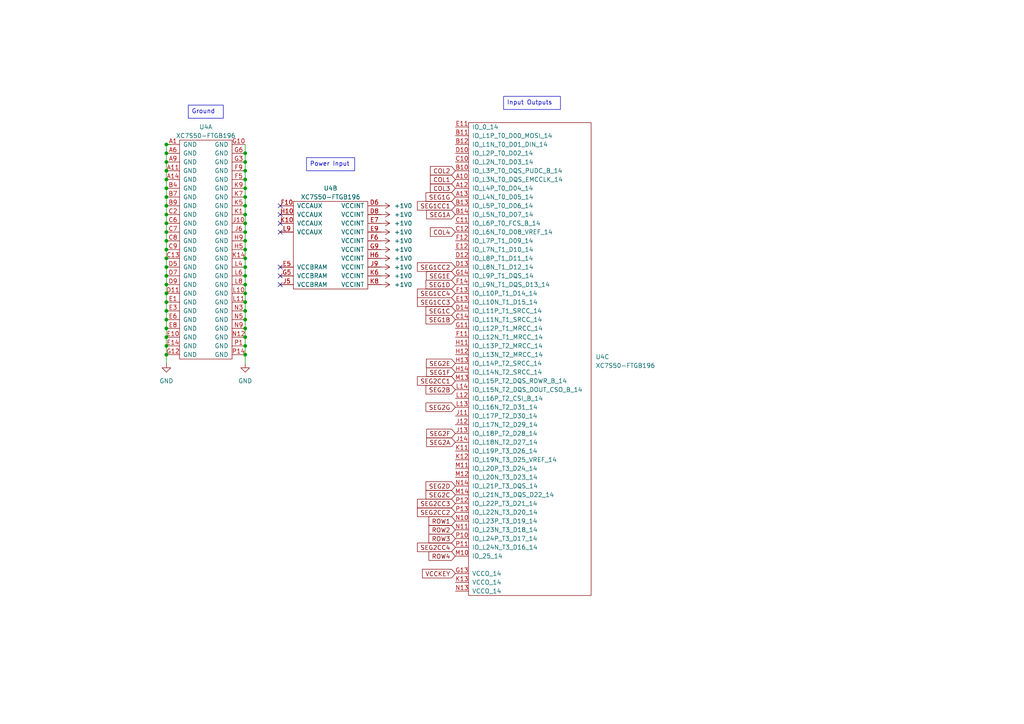
<source format=kicad_sch>
(kicad_sch (version 20230121) (generator eeschema)

  (uuid f8936d02-b1f7-497a-a73c-054fed872e1b)

  (paper "A4")

  (title_block
    (title "FPGA")
  )

  (lib_symbols
    (symbol "FPGA_project_parts:XC7S50-FTGB196" (pin_names (offset 1.016)) (in_bom yes) (on_board yes)
      (property "Reference" "U" (at -1.27 69.85 0)
        (effects (font (size 1.27 1.27)))
      )
      (property "Value" "XC7S50-FTGB196" (at 0 -69.85 0)
        (effects (font (size 1.27 1.27)))
      )
      (property "Footprint" "Package_BGA:Xilinx_FTGB196" (at -6.35 0 0)
        (effects (font (size 1.27 1.27)) hide)
      )
      (property "Datasheet" "" (at -6.35 0 0)
        (effects (font (size 1.27 1.27)) hide)
      )
      (property "ki_locked" "" (at 0 0 0)
        (effects (font (size 1.27 1.27)))
      )
      (symbol "XC7S50-FTGB196_1_1"
        (rectangle (start -7.62 31.75) (end 7.62 -31.75)
          (stroke (width 0) (type solid))
          (fill (type none))
        )
        (pin power_in line (at -11.43 30.48 0) (length 3.81)
          (name "GND" (effects (font (size 1.27 1.27))))
          (number "A1" (effects (font (size 1.27 1.27))))
        )
        (pin power_in line (at -11.43 22.86 0) (length 3.81)
          (name "GND" (effects (font (size 1.27 1.27))))
          (number "A11" (effects (font (size 1.27 1.27))))
        )
        (pin power_in line (at -11.43 20.32 0) (length 3.81)
          (name "GND" (effects (font (size 1.27 1.27))))
          (number "A14" (effects (font (size 1.27 1.27))))
        )
        (pin power_in line (at -11.43 27.94 0) (length 3.81)
          (name "GND" (effects (font (size 1.27 1.27))))
          (number "A6" (effects (font (size 1.27 1.27))))
        )
        (pin power_in line (at -11.43 25.4 0) (length 3.81)
          (name "GND" (effects (font (size 1.27 1.27))))
          (number "A9" (effects (font (size 1.27 1.27))))
        )
        (pin power_in line (at -11.43 17.78 0) (length 3.81)
          (name "GND" (effects (font (size 1.27 1.27))))
          (number "B4" (effects (font (size 1.27 1.27))))
        )
        (pin power_in line (at -11.43 15.24 0) (length 3.81)
          (name "GND" (effects (font (size 1.27 1.27))))
          (number "B7" (effects (font (size 1.27 1.27))))
        )
        (pin power_in line (at -11.43 12.7 0) (length 3.81)
          (name "GND" (effects (font (size 1.27 1.27))))
          (number "B9" (effects (font (size 1.27 1.27))))
        )
        (pin power_in line (at -11.43 -2.54 0) (length 3.81)
          (name "GND" (effects (font (size 1.27 1.27))))
          (number "C13" (effects (font (size 1.27 1.27))))
        )
        (pin power_in line (at -11.43 10.16 0) (length 3.81)
          (name "GND" (effects (font (size 1.27 1.27))))
          (number "C2" (effects (font (size 1.27 1.27))))
        )
        (pin power_in line (at -11.43 7.62 0) (length 3.81)
          (name "GND" (effects (font (size 1.27 1.27))))
          (number "C6" (effects (font (size 1.27 1.27))))
        )
        (pin power_in line (at -11.43 5.08 0) (length 3.81)
          (name "GND" (effects (font (size 1.27 1.27))))
          (number "C7" (effects (font (size 1.27 1.27))))
        )
        (pin power_in line (at -11.43 2.54 0) (length 3.81)
          (name "GND" (effects (font (size 1.27 1.27))))
          (number "C8" (effects (font (size 1.27 1.27))))
        )
        (pin power_in line (at -11.43 0 0) (length 3.81)
          (name "GND" (effects (font (size 1.27 1.27))))
          (number "C9" (effects (font (size 1.27 1.27))))
        )
        (pin power_in line (at -11.43 -12.7 0) (length 3.81)
          (name "GND" (effects (font (size 1.27 1.27))))
          (number "D11" (effects (font (size 1.27 1.27))))
        )
        (pin power_in line (at -11.43 -5.08 0) (length 3.81)
          (name "GND" (effects (font (size 1.27 1.27))))
          (number "D5" (effects (font (size 1.27 1.27))))
        )
        (pin power_in line (at -11.43 -7.62 0) (length 3.81)
          (name "GND" (effects (font (size 1.27 1.27))))
          (number "D7" (effects (font (size 1.27 1.27))))
        )
        (pin power_in line (at -11.43 -10.16 0) (length 3.81)
          (name "GND" (effects (font (size 1.27 1.27))))
          (number "D9" (effects (font (size 1.27 1.27))))
        )
        (pin power_in line (at -11.43 -15.24 0) (length 3.81)
          (name "GND" (effects (font (size 1.27 1.27))))
          (number "E1" (effects (font (size 1.27 1.27))))
        )
        (pin power_in line (at -11.43 -25.4 0) (length 3.81)
          (name "GND" (effects (font (size 1.27 1.27))))
          (number "E10" (effects (font (size 1.27 1.27))))
        )
        (pin power_in line (at -11.43 -27.94 0) (length 3.81)
          (name "GND" (effects (font (size 1.27 1.27))))
          (number "E14" (effects (font (size 1.27 1.27))))
        )
        (pin power_in line (at -11.43 -17.78 0) (length 3.81)
          (name "GND" (effects (font (size 1.27 1.27))))
          (number "E3" (effects (font (size 1.27 1.27))))
        )
        (pin power_in line (at -11.43 -20.32 0) (length 3.81)
          (name "GND" (effects (font (size 1.27 1.27))))
          (number "E6" (effects (font (size 1.27 1.27))))
        )
        (pin power_in line (at -11.43 -22.86 0) (length 3.81)
          (name "GND" (effects (font (size 1.27 1.27))))
          (number "E8" (effects (font (size 1.27 1.27))))
        )
        (pin power_in line (at 11.43 20.32 180) (length 3.81)
          (name "GND" (effects (font (size 1.27 1.27))))
          (number "F5" (effects (font (size 1.27 1.27))))
        )
        (pin power_in line (at 11.43 22.86 180) (length 3.81)
          (name "GND" (effects (font (size 1.27 1.27))))
          (number "F9" (effects (font (size 1.27 1.27))))
        )
        (pin power_in line (at 11.43 30.48 180) (length 3.81)
          (name "GND" (effects (font (size 1.27 1.27))))
          (number "G10" (effects (font (size 1.27 1.27))))
        )
        (pin power_in line (at -11.43 -30.48 0) (length 3.81)
          (name "GND" (effects (font (size 1.27 1.27))))
          (number "G12" (effects (font (size 1.27 1.27))))
        )
        (pin power_in line (at 11.43 25.4 180) (length 3.81)
          (name "GND" (effects (font (size 1.27 1.27))))
          (number "G3" (effects (font (size 1.27 1.27))))
        )
        (pin power_in line (at 11.43 27.94 180) (length 3.81)
          (name "GND" (effects (font (size 1.27 1.27))))
          (number "G6" (effects (font (size 1.27 1.27))))
        )
        (pin power_in line (at 11.43 0 180) (length 3.81)
          (name "GND" (effects (font (size 1.27 1.27))))
          (number "H5" (effects (font (size 1.27 1.27))))
        )
        (pin power_in line (at 11.43 2.54 180) (length 3.81)
          (name "GND" (effects (font (size 1.27 1.27))))
          (number "H9" (effects (font (size 1.27 1.27))))
        )
        (pin power_in line (at 11.43 7.62 180) (length 3.81)
          (name "GND" (effects (font (size 1.27 1.27))))
          (number "J10" (effects (font (size 1.27 1.27))))
        )
        (pin power_in line (at 11.43 5.08 180) (length 3.81)
          (name "GND" (effects (font (size 1.27 1.27))))
          (number "J6" (effects (font (size 1.27 1.27))))
        )
        (pin power_in line (at 11.43 10.16 180) (length 3.81)
          (name "GND" (effects (font (size 1.27 1.27))))
          (number "K1" (effects (font (size 1.27 1.27))))
        )
        (pin power_in line (at 11.43 -2.54 180) (length 3.81)
          (name "GND" (effects (font (size 1.27 1.27))))
          (number "K14" (effects (font (size 1.27 1.27))))
        )
        (pin power_in line (at 11.43 12.7 180) (length 3.81)
          (name "GND" (effects (font (size 1.27 1.27))))
          (number "K5" (effects (font (size 1.27 1.27))))
        )
        (pin power_in line (at 11.43 15.24 180) (length 3.81)
          (name "GND" (effects (font (size 1.27 1.27))))
          (number "K7" (effects (font (size 1.27 1.27))))
        )
        (pin power_in line (at 11.43 17.78 180) (length 3.81)
          (name "GND" (effects (font (size 1.27 1.27))))
          (number "K9" (effects (font (size 1.27 1.27))))
        )
        (pin power_in line (at 11.43 -12.7 180) (length 3.81)
          (name "GND" (effects (font (size 1.27 1.27))))
          (number "L10" (effects (font (size 1.27 1.27))))
        )
        (pin power_in line (at 11.43 -15.24 180) (length 3.81)
          (name "GND" (effects (font (size 1.27 1.27))))
          (number "L11" (effects (font (size 1.27 1.27))))
        )
        (pin power_in line (at 11.43 -5.08 180) (length 3.81)
          (name "GND" (effects (font (size 1.27 1.27))))
          (number "L4" (effects (font (size 1.27 1.27))))
        )
        (pin power_in line (at 11.43 -7.62 180) (length 3.81)
          (name "GND" (effects (font (size 1.27 1.27))))
          (number "L6" (effects (font (size 1.27 1.27))))
        )
        (pin power_in line (at 11.43 -10.16 180) (length 3.81)
          (name "GND" (effects (font (size 1.27 1.27))))
          (number "L8" (effects (font (size 1.27 1.27))))
        )
        (pin power_in line (at 11.43 -25.4 180) (length 3.81)
          (name "GND" (effects (font (size 1.27 1.27))))
          (number "N12" (effects (font (size 1.27 1.27))))
        )
        (pin power_in line (at 11.43 -17.78 180) (length 3.81)
          (name "GND" (effects (font (size 1.27 1.27))))
          (number "N3" (effects (font (size 1.27 1.27))))
        )
        (pin power_in line (at 11.43 -20.32 180) (length 3.81)
          (name "GND" (effects (font (size 1.27 1.27))))
          (number "N5" (effects (font (size 1.27 1.27))))
        )
        (pin power_in line (at 11.43 -22.86 180) (length 3.81)
          (name "GND" (effects (font (size 1.27 1.27))))
          (number "N9" (effects (font (size 1.27 1.27))))
        )
        (pin power_in line (at 11.43 -27.94 180) (length 3.81)
          (name "GND" (effects (font (size 1.27 1.27))))
          (number "P1" (effects (font (size 1.27 1.27))))
        )
        (pin power_in line (at 11.43 -30.48 180) (length 3.81)
          (name "GND" (effects (font (size 1.27 1.27))))
          (number "P14" (effects (font (size 1.27 1.27))))
        )
      )
      (symbol "XC7S50-FTGB196_2_1"
        (rectangle (start 10.16 12.7) (end -11.43 -12.7)
          (stroke (width 0) (type solid))
          (fill (type none))
        )
        (pin power_in line (at 13.97 11.43 180) (length 3.81)
          (name "VCCINT" (effects (font (size 1.27 1.27))))
          (number "D6" (effects (font (size 1.27 1.27))))
        )
        (pin power_in line (at 13.97 8.89 180) (length 3.81)
          (name "VCCINT" (effects (font (size 1.27 1.27))))
          (number "D8" (effects (font (size 1.27 1.27))))
        )
        (pin power_in line (at -15.24 -6.35 0) (length 3.81)
          (name "VCCBRAM" (effects (font (size 1.27 1.27))))
          (number "E5" (effects (font (size 1.27 1.27))))
        )
        (pin power_in line (at 13.97 6.35 180) (length 3.81)
          (name "VCCINT" (effects (font (size 1.27 1.27))))
          (number "E7" (effects (font (size 1.27 1.27))))
        )
        (pin power_in line (at 13.97 3.81 180) (length 3.81)
          (name "VCCINT" (effects (font (size 1.27 1.27))))
          (number "E9" (effects (font (size 1.27 1.27))))
        )
        (pin power_in line (at -15.24 11.43 0) (length 3.81)
          (name "VCCAUX" (effects (font (size 1.27 1.27))))
          (number "F10" (effects (font (size 1.27 1.27))))
        )
        (pin power_in line (at 13.97 1.27 180) (length 3.81)
          (name "VCCINT" (effects (font (size 1.27 1.27))))
          (number "F6" (effects (font (size 1.27 1.27))))
        )
        (pin power_in line (at -15.24 -8.89 0) (length 3.81)
          (name "VCCBRAM" (effects (font (size 1.27 1.27))))
          (number "G5" (effects (font (size 1.27 1.27))))
        )
        (pin power_in line (at 13.97 -1.27 180) (length 3.81)
          (name "VCCINT" (effects (font (size 1.27 1.27))))
          (number "G9" (effects (font (size 1.27 1.27))))
        )
        (pin power_in line (at -15.24 8.89 0) (length 3.81)
          (name "VCCAUX" (effects (font (size 1.27 1.27))))
          (number "H10" (effects (font (size 1.27 1.27))))
        )
        (pin power_in line (at 13.97 -3.81 180) (length 3.81)
          (name "VCCINT" (effects (font (size 1.27 1.27))))
          (number "H6" (effects (font (size 1.27 1.27))))
        )
        (pin power_in line (at -15.24 -11.43 0) (length 3.81)
          (name "VCCBRAM" (effects (font (size 1.27 1.27))))
          (number "J5" (effects (font (size 1.27 1.27))))
        )
        (pin power_in line (at 13.97 -6.35 180) (length 3.81)
          (name "VCCINT" (effects (font (size 1.27 1.27))))
          (number "J9" (effects (font (size 1.27 1.27))))
        )
        (pin power_in line (at -15.24 6.35 0) (length 3.81)
          (name "VCCAUX" (effects (font (size 1.27 1.27))))
          (number "K10" (effects (font (size 1.27 1.27))))
        )
        (pin power_in line (at 13.97 -8.89 180) (length 3.81)
          (name "VCCINT" (effects (font (size 1.27 1.27))))
          (number "K6" (effects (font (size 1.27 1.27))))
        )
        (pin power_in line (at 13.97 -11.43 180) (length 3.81)
          (name "VCCINT" (effects (font (size 1.27 1.27))))
          (number "K8" (effects (font (size 1.27 1.27))))
        )
        (pin power_in line (at -15.24 3.81 0) (length 3.81)
          (name "VCCAUX" (effects (font (size 1.27 1.27))))
          (number "L9" (effects (font (size 1.27 1.27))))
        )
      )
      (symbol "XC7S50-FTGB196_3_1"
        (rectangle (start -17.78 68.58) (end 17.78 -68.58)
          (stroke (width 0) (type solid))
          (fill (type none))
        )
        (pin bidirectional line (at -21.59 52.07 0) (length 3.81)
          (name "IO_L3N_T0_DQS_EMCCLK_14" (effects (font (size 1.27 1.27))))
          (number "A10" (effects (font (size 1.27 1.27))))
        )
        (pin bidirectional line (at -21.59 49.53 0) (length 3.81)
          (name "IO_L4P_T0_D04_14" (effects (font (size 1.27 1.27))))
          (number "A12" (effects (font (size 1.27 1.27))))
        )
        (pin bidirectional line (at -21.59 46.99 0) (length 3.81)
          (name "IO_L4N_T0_D05_14" (effects (font (size 1.27 1.27))))
          (number "A13" (effects (font (size 1.27 1.27))))
        )
        (pin bidirectional line (at -21.59 54.61 0) (length 3.81)
          (name "IO_L3P_T0_DQS_PUDC_B_14" (effects (font (size 1.27 1.27))))
          (number "B10" (effects (font (size 1.27 1.27))))
        )
        (pin bidirectional line (at -21.59 64.77 0) (length 3.81)
          (name "IO_L1P_T0_D00_MOSI_14" (effects (font (size 1.27 1.27))))
          (number "B11" (effects (font (size 1.27 1.27))))
        )
        (pin bidirectional line (at -21.59 62.23 0) (length 3.81)
          (name "IO_L1N_T0_D01_DIN_14" (effects (font (size 1.27 1.27))))
          (number "B12" (effects (font (size 1.27 1.27))))
        )
        (pin bidirectional line (at -21.59 44.45 0) (length 3.81)
          (name "IO_L5P_T0_D06_14" (effects (font (size 1.27 1.27))))
          (number "B13" (effects (font (size 1.27 1.27))))
        )
        (pin bidirectional line (at -21.59 41.91 0) (length 3.81)
          (name "IO_L5N_T0_D07_14" (effects (font (size 1.27 1.27))))
          (number "B14" (effects (font (size 1.27 1.27))))
        )
        (pin bidirectional line (at -21.59 57.15 0) (length 3.81)
          (name "IO_L2N_T0_D03_14" (effects (font (size 1.27 1.27))))
          (number "C10" (effects (font (size 1.27 1.27))))
        )
        (pin bidirectional line (at -21.59 39.37 0) (length 3.81)
          (name "IO_L6P_T0_FCS_B_14" (effects (font (size 1.27 1.27))))
          (number "C11" (effects (font (size 1.27 1.27))))
        )
        (pin bidirectional line (at -21.59 36.83 0) (length 3.81)
          (name "IO_L6N_T0_D08_VREF_14" (effects (font (size 1.27 1.27))))
          (number "C12" (effects (font (size 1.27 1.27))))
        )
        (pin bidirectional line (at -21.59 11.43 0) (length 3.81)
          (name "IO_L11N_T1_SRCC_14" (effects (font (size 1.27 1.27))))
          (number "C14" (effects (font (size 1.27 1.27))))
        )
        (pin bidirectional line (at -21.59 59.69 0) (length 3.81)
          (name "IO_L2P_T0_D02_14" (effects (font (size 1.27 1.27))))
          (number "D10" (effects (font (size 1.27 1.27))))
        )
        (pin bidirectional line (at -21.59 29.21 0) (length 3.81)
          (name "IO_L8P_T1_D11_14" (effects (font (size 1.27 1.27))))
          (number "D12" (effects (font (size 1.27 1.27))))
        )
        (pin bidirectional line (at -21.59 26.67 0) (length 3.81)
          (name "IO_L8N_T1_D12_14" (effects (font (size 1.27 1.27))))
          (number "D13" (effects (font (size 1.27 1.27))))
        )
        (pin bidirectional line (at -21.59 13.97 0) (length 3.81)
          (name "IO_L11P_T1_SRCC_14" (effects (font (size 1.27 1.27))))
          (number "D14" (effects (font (size 1.27 1.27))))
        )
        (pin bidirectional line (at -21.59 67.31 0) (length 3.81)
          (name "IO_0_14" (effects (font (size 1.27 1.27))))
          (number "E11" (effects (font (size 1.27 1.27))))
        )
        (pin bidirectional line (at -21.59 31.75 0) (length 3.81)
          (name "IO_L7N_T1_D10_14" (effects (font (size 1.27 1.27))))
          (number "E12" (effects (font (size 1.27 1.27))))
        )
        (pin bidirectional line (at -21.59 16.51 0) (length 3.81)
          (name "IO_L10N_T1_D15_14" (effects (font (size 1.27 1.27))))
          (number "E13" (effects (font (size 1.27 1.27))))
        )
        (pin bidirectional line (at -21.59 6.35 0) (length 3.81)
          (name "IO_L12N_T1_MRCC_14" (effects (font (size 1.27 1.27))))
          (number "F11" (effects (font (size 1.27 1.27))))
        )
        (pin bidirectional line (at -21.59 34.29 0) (length 3.81)
          (name "IO_L7P_T1_D09_14" (effects (font (size 1.27 1.27))))
          (number "F12" (effects (font (size 1.27 1.27))))
        )
        (pin bidirectional line (at -21.59 19.05 0) (length 3.81)
          (name "IO_L10P_T1_D14_14" (effects (font (size 1.27 1.27))))
          (number "F13" (effects (font (size 1.27 1.27))))
        )
        (pin bidirectional line (at -21.59 21.59 0) (length 3.81)
          (name "IO_L9N_T1_DQS_D13_14" (effects (font (size 1.27 1.27))))
          (number "F14" (effects (font (size 1.27 1.27))))
        )
        (pin bidirectional line (at -21.59 8.89 0) (length 3.81)
          (name "IO_L12P_T1_MRCC_14" (effects (font (size 1.27 1.27))))
          (number "G11" (effects (font (size 1.27 1.27))))
        )
        (pin power_in line (at -21.59 -62.23 0) (length 3.81)
          (name "VCCO_14" (effects (font (size 1.27 1.27))))
          (number "G13" (effects (font (size 1.27 1.27))))
        )
        (pin bidirectional line (at -21.59 24.13 0) (length 3.81)
          (name "IO_L9P_T1_DQS_14" (effects (font (size 1.27 1.27))))
          (number "G14" (effects (font (size 1.27 1.27))))
        )
        (pin bidirectional line (at -21.59 3.81 0) (length 3.81)
          (name "IO_L13P_T2_MRCC_14" (effects (font (size 1.27 1.27))))
          (number "H11" (effects (font (size 1.27 1.27))))
        )
        (pin bidirectional line (at -21.59 1.27 0) (length 3.81)
          (name "IO_L13N_T2_MRCC_14" (effects (font (size 1.27 1.27))))
          (number "H12" (effects (font (size 1.27 1.27))))
        )
        (pin bidirectional line (at -21.59 -1.27 0) (length 3.81)
          (name "IO_L14P_T2_SRCC_14" (effects (font (size 1.27 1.27))))
          (number "H13" (effects (font (size 1.27 1.27))))
        )
        (pin bidirectional line (at -21.59 -3.81 0) (length 3.81)
          (name "IO_L14N_T2_SRCC_14" (effects (font (size 1.27 1.27))))
          (number "H14" (effects (font (size 1.27 1.27))))
        )
        (pin bidirectional line (at -21.59 -16.51 0) (length 3.81)
          (name "IO_L17P_T2_D30_14" (effects (font (size 1.27 1.27))))
          (number "J11" (effects (font (size 1.27 1.27))))
        )
        (pin bidirectional line (at -21.59 -19.05 0) (length 3.81)
          (name "IO_L17N_T2_D29_14" (effects (font (size 1.27 1.27))))
          (number "J12" (effects (font (size 1.27 1.27))))
        )
        (pin bidirectional line (at -21.59 -21.59 0) (length 3.81)
          (name "IO_L18P_T2_D28_14" (effects (font (size 1.27 1.27))))
          (number "J13" (effects (font (size 1.27 1.27))))
        )
        (pin bidirectional line (at -21.59 -24.13 0) (length 3.81)
          (name "IO_L18N_T2_D27_14" (effects (font (size 1.27 1.27))))
          (number "J14" (effects (font (size 1.27 1.27))))
        )
        (pin bidirectional line (at -21.59 -26.67 0) (length 3.81)
          (name "IO_L19P_T3_D26_14" (effects (font (size 1.27 1.27))))
          (number "K11" (effects (font (size 1.27 1.27))))
        )
        (pin bidirectional line (at -21.59 -29.21 0) (length 3.81)
          (name "IO_L19N_T3_D25_VREF_14" (effects (font (size 1.27 1.27))))
          (number "K12" (effects (font (size 1.27 1.27))))
        )
        (pin power_in line (at -21.59 -64.77 0) (length 3.81)
          (name "VCCO_14" (effects (font (size 1.27 1.27))))
          (number "K13" (effects (font (size 1.27 1.27))))
        )
        (pin bidirectional line (at -21.59 -11.43 0) (length 3.81)
          (name "IO_L16P_T2_CSI_B_14" (effects (font (size 1.27 1.27))))
          (number "L12" (effects (font (size 1.27 1.27))))
        )
        (pin bidirectional line (at -21.59 -13.97 0) (length 3.81)
          (name "IO_L16N_T2_D31_14" (effects (font (size 1.27 1.27))))
          (number "L13" (effects (font (size 1.27 1.27))))
        )
        (pin bidirectional line (at -21.59 -8.89 0) (length 3.81)
          (name "IO_L15N_T2_DQS_DOUT_CSO_B_14" (effects (font (size 1.27 1.27))))
          (number "L14" (effects (font (size 1.27 1.27))))
        )
        (pin bidirectional line (at -21.59 -57.15 0) (length 3.81)
          (name "IO_25_14" (effects (font (size 1.27 1.27))))
          (number "M10" (effects (font (size 1.27 1.27))))
        )
        (pin bidirectional line (at -21.59 -31.75 0) (length 3.81)
          (name "IO_L20P_T3_D24_14" (effects (font (size 1.27 1.27))))
          (number "M11" (effects (font (size 1.27 1.27))))
        )
        (pin bidirectional line (at -21.59 -34.29 0) (length 3.81)
          (name "IO_L20N_T3_D23_14" (effects (font (size 1.27 1.27))))
          (number "M12" (effects (font (size 1.27 1.27))))
        )
        (pin bidirectional line (at -21.59 -6.35 0) (length 3.81)
          (name "IO_L15P_T2_DQS_RDWR_B_14" (effects (font (size 1.27 1.27))))
          (number "M13" (effects (font (size 1.27 1.27))))
        )
        (pin bidirectional line (at -21.59 -39.37 0) (length 3.81)
          (name "IO_L21N_T3_DQS_D22_14" (effects (font (size 1.27 1.27))))
          (number "M14" (effects (font (size 1.27 1.27))))
        )
        (pin bidirectional line (at -21.59 -46.99 0) (length 3.81)
          (name "IO_L23P_T3_D19_14" (effects (font (size 1.27 1.27))))
          (number "N10" (effects (font (size 1.27 1.27))))
        )
        (pin bidirectional line (at -21.59 -49.53 0) (length 3.81)
          (name "IO_L23N_T3_D18_14" (effects (font (size 1.27 1.27))))
          (number "N11" (effects (font (size 1.27 1.27))))
        )
        (pin power_in line (at -21.59 -67.31 0) (length 3.81)
          (name "VCCO_14" (effects (font (size 1.27 1.27))))
          (number "N13" (effects (font (size 1.27 1.27))))
        )
        (pin bidirectional line (at -21.59 -36.83 0) (length 3.81)
          (name "IO_L21P_T3_DQS_14" (effects (font (size 1.27 1.27))))
          (number "N14" (effects (font (size 1.27 1.27))))
        )
        (pin bidirectional line (at -21.59 -52.07 0) (length 3.81)
          (name "IO_L24P_T3_D17_14" (effects (font (size 1.27 1.27))))
          (number "P10" (effects (font (size 1.27 1.27))))
        )
        (pin bidirectional line (at -21.59 -54.61 0) (length 3.81)
          (name "IO_L24N_T3_D16_14" (effects (font (size 1.27 1.27))))
          (number "P11" (effects (font (size 1.27 1.27))))
        )
        (pin bidirectional line (at -21.59 -41.91 0) (length 3.81)
          (name "IO_L22P_T3_D21_14" (effects (font (size 1.27 1.27))))
          (number "P12" (effects (font (size 1.27 1.27))))
        )
        (pin bidirectional line (at -21.59 -44.45 0) (length 3.81)
          (name "IO_L22N_T3_D20_14" (effects (font (size 1.27 1.27))))
          (number "P13" (effects (font (size 1.27 1.27))))
        )
      )
      (symbol "XC7S50-FTGB196_4_1"
        (rectangle (start -17.78 68.58) (end 17.78 -68.58)
          (stroke (width 0) (type solid))
          (fill (type none))
        )
        (pin bidirectional line (at -21.59 52.07 0) (length 3.81)
          (name "IO_L3N_T0_DQS_34" (effects (font (size 1.27 1.27))))
          (number "A2" (effects (font (size 1.27 1.27))))
        )
        (pin bidirectional line (at -21.59 57.15 0) (length 3.81)
          (name "IO_L2N_T0_34" (effects (font (size 1.27 1.27))))
          (number "A3" (effects (font (size 1.27 1.27))))
        )
        (pin bidirectional line (at -21.59 59.69 0) (length 3.81)
          (name "IO_L2P_T0_34" (effects (font (size 1.27 1.27))))
          (number "A4" (effects (font (size 1.27 1.27))))
        )
        (pin bidirectional line (at -21.59 46.99 0) (length 3.81)
          (name "IO_L4N_T0_34" (effects (font (size 1.27 1.27))))
          (number "A5" (effects (font (size 1.27 1.27))))
        )
        (pin bidirectional line (at -21.59 41.91 0) (length 3.81)
          (name "IO_L5N_T0_34" (effects (font (size 1.27 1.27))))
          (number "B1" (effects (font (size 1.27 1.27))))
        )
        (pin bidirectional line (at -21.59 44.45 0) (length 3.81)
          (name "IO_L5P_T0_34" (effects (font (size 1.27 1.27))))
          (number "B2" (effects (font (size 1.27 1.27))))
        )
        (pin bidirectional line (at -21.59 54.61 0) (length 3.81)
          (name "IO_L3P_T0_DQS_34" (effects (font (size 1.27 1.27))))
          (number "B3" (effects (font (size 1.27 1.27))))
        )
        (pin bidirectional line (at -21.59 49.53 0) (length 3.81)
          (name "IO_L4P_T0_34" (effects (font (size 1.27 1.27))))
          (number "B5" (effects (font (size 1.27 1.27))))
        )
        (pin bidirectional line (at -21.59 67.31 0) (length 3.81)
          (name "IO_0_34" (effects (font (size 1.27 1.27))))
          (number "B6" (effects (font (size 1.27 1.27))))
        )
        (pin bidirectional line (at -21.59 11.43 0) (length 3.81)
          (name "IO_L11N_T1_SRCC_34" (effects (font (size 1.27 1.27))))
          (number "C1" (effects (font (size 1.27 1.27))))
        )
        (pin bidirectional line (at -21.59 62.23 0) (length 3.81)
          (name "IO_L1N_T0_34" (effects (font (size 1.27 1.27))))
          (number "C3" (effects (font (size 1.27 1.27))))
        )
        (pin bidirectional line (at -21.59 36.83 0) (length 3.81)
          (name "IO_L6N_T0_VREF_34" (effects (font (size 1.27 1.27))))
          (number "C4" (effects (font (size 1.27 1.27))))
        )
        (pin bidirectional line (at -21.59 39.37 0) (length 3.81)
          (name "IO_L6P_T0_34" (effects (font (size 1.27 1.27))))
          (number "C5" (effects (font (size 1.27 1.27))))
        )
        (pin bidirectional line (at -21.59 13.97 0) (length 3.81)
          (name "IO_L11P_T1_SRCC_34" (effects (font (size 1.27 1.27))))
          (number "D1" (effects (font (size 1.27 1.27))))
        )
        (pin bidirectional line (at -21.59 16.51 0) (length 3.81)
          (name "IO_L10N_T1_34" (effects (font (size 1.27 1.27))))
          (number "D2" (effects (font (size 1.27 1.27))))
        )
        (pin bidirectional line (at -21.59 64.77 0) (length 3.81)
          (name "IO_L1P_T0_34" (effects (font (size 1.27 1.27))))
          (number "D3" (effects (font (size 1.27 1.27))))
        )
        (pin bidirectional line (at -21.59 31.75 0) (length 3.81)
          (name "IO_L7N_T1_34" (effects (font (size 1.27 1.27))))
          (number "D4" (effects (font (size 1.27 1.27))))
        )
        (pin bidirectional line (at -21.59 19.05 0) (length 3.81)
          (name "IO_L10P_T1_34" (effects (font (size 1.27 1.27))))
          (number "E2" (effects (font (size 1.27 1.27))))
        )
        (pin bidirectional line (at -21.59 34.29 0) (length 3.81)
          (name "IO_L7P_T1_34" (effects (font (size 1.27 1.27))))
          (number "E4" (effects (font (size 1.27 1.27))))
        )
        (pin bidirectional line (at -21.59 21.59 0) (length 3.81)
          (name "IO_L9N_T1_DQS_34" (effects (font (size 1.27 1.27))))
          (number "F1" (effects (font (size 1.27 1.27))))
        )
        (pin bidirectional line (at -21.59 26.67 0) (length 3.81)
          (name "IO_L8N_T1_34" (effects (font (size 1.27 1.27))))
          (number "F2" (effects (font (size 1.27 1.27))))
        )
        (pin bidirectional line (at -21.59 29.21 0) (length 3.81)
          (name "IO_L8P_T1_34" (effects (font (size 1.27 1.27))))
          (number "F3" (effects (font (size 1.27 1.27))))
        )
        (pin bidirectional line (at -21.59 6.35 0) (length 3.81)
          (name "IO_L12N_T1_MRCC_34" (effects (font (size 1.27 1.27))))
          (number "F4" (effects (font (size 1.27 1.27))))
        )
        (pin bidirectional line (at -21.59 24.13 0) (length 3.81)
          (name "IO_L9P_T1_DQS_34" (effects (font (size 1.27 1.27))))
          (number "G1" (effects (font (size 1.27 1.27))))
        )
        (pin power_in line (at -21.59 -62.23 0) (length 3.81)
          (name "VCCO_34" (effects (font (size 1.27 1.27))))
          (number "G2" (effects (font (size 1.27 1.27))))
        )
        (pin bidirectional line (at -21.59 8.89 0) (length 3.81)
          (name "IO_L12P_T1_MRCC_34" (effects (font (size 1.27 1.27))))
          (number "G4" (effects (font (size 1.27 1.27))))
        )
        (pin bidirectional line (at -21.59 -3.81 0) (length 3.81)
          (name "IO_L14N_T2_SRCC_34" (effects (font (size 1.27 1.27))))
          (number "H1" (effects (font (size 1.27 1.27))))
        )
        (pin bidirectional line (at -21.59 -1.27 0) (length 3.81)
          (name "IO_L14P_T2_SRCC_34" (effects (font (size 1.27 1.27))))
          (number "H2" (effects (font (size 1.27 1.27))))
        )
        (pin bidirectional line (at -21.59 1.27 0) (length 3.81)
          (name "IO_L13N_T2_MRCC_34" (effects (font (size 1.27 1.27))))
          (number "H3" (effects (font (size 1.27 1.27))))
        )
        (pin bidirectional line (at -21.59 3.81 0) (length 3.81)
          (name "IO_L13P_T2_MRCC_34" (effects (font (size 1.27 1.27))))
          (number "H4" (effects (font (size 1.27 1.27))))
        )
        (pin bidirectional line (at -21.59 -8.89 0) (length 3.81)
          (name "IO_L15N_T2_DQS_34" (effects (font (size 1.27 1.27))))
          (number "J1" (effects (font (size 1.27 1.27))))
        )
        (pin bidirectional line (at -21.59 -6.35 0) (length 3.81)
          (name "IO_L15P_T2_DQS_34" (effects (font (size 1.27 1.27))))
          (number "J2" (effects (font (size 1.27 1.27))))
        )
        (pin bidirectional line (at -21.59 -19.05 0) (length 3.81)
          (name "IO_L17N_T2_34" (effects (font (size 1.27 1.27))))
          (number "J3" (effects (font (size 1.27 1.27))))
        )
        (pin bidirectional line (at -21.59 -16.51 0) (length 3.81)
          (name "IO_L17P_T2_34" (effects (font (size 1.27 1.27))))
          (number "J4" (effects (font (size 1.27 1.27))))
        )
        (pin power_in line (at -21.59 -64.77 0) (length 3.81)
          (name "VCCO_34" (effects (font (size 1.27 1.27))))
          (number "K2" (effects (font (size 1.27 1.27))))
        )
        (pin bidirectional line (at -21.59 -13.97 0) (length 3.81)
          (name "IO_L16N_T2_34" (effects (font (size 1.27 1.27))))
          (number "K3" (effects (font (size 1.27 1.27))))
        )
        (pin bidirectional line (at -21.59 -11.43 0) (length 3.81)
          (name "IO_L16P_T2_34" (effects (font (size 1.27 1.27))))
          (number "K4" (effects (font (size 1.27 1.27))))
        )
        (pin bidirectional line (at -21.59 -24.13 0) (length 3.81)
          (name "IO_L18N_T2_34" (effects (font (size 1.27 1.27))))
          (number "L1" (effects (font (size 1.27 1.27))))
        )
        (pin bidirectional line (at -21.59 -44.45 0) (length 3.81)
          (name "IO_L22N_T3_34" (effects (font (size 1.27 1.27))))
          (number "L2" (effects (font (size 1.27 1.27))))
        )
        (pin bidirectional line (at -21.59 -41.91 0) (length 3.81)
          (name "IO_L22P_T3_34" (effects (font (size 1.27 1.27))))
          (number "L3" (effects (font (size 1.27 1.27))))
        )
        (pin bidirectional line (at -21.59 -57.15 0) (length 3.81)
          (name "IO_25_34" (effects (font (size 1.27 1.27))))
          (number "L5" (effects (font (size 1.27 1.27))))
        )
        (pin bidirectional line (at -21.59 -21.59 0) (length 3.81)
          (name "IO_L18P_T2_34" (effects (font (size 1.27 1.27))))
          (number "M1" (effects (font (size 1.27 1.27))))
        )
        (pin bidirectional line (at -21.59 -29.21 0) (length 3.81)
          (name "IO_L19N_T3_VREF_34" (effects (font (size 1.27 1.27))))
          (number "M2" (effects (font (size 1.27 1.27))))
        )
        (pin bidirectional line (at -21.59 -26.67 0) (length 3.81)
          (name "IO_L19P_T3_34" (effects (font (size 1.27 1.27))))
          (number "M3" (effects (font (size 1.27 1.27))))
        )
        (pin bidirectional line (at -21.59 -49.53 0) (length 3.81)
          (name "IO_L23N_T3_34" (effects (font (size 1.27 1.27))))
          (number "M4" (effects (font (size 1.27 1.27))))
        )
        (pin bidirectional line (at -21.59 -46.99 0) (length 3.81)
          (name "IO_L23P_T3_34" (effects (font (size 1.27 1.27))))
          (number "M5" (effects (font (size 1.27 1.27))))
        )
        (pin bidirectional line (at -21.59 -34.29 0) (length 3.81)
          (name "IO_L20N_T3_34" (effects (font (size 1.27 1.27))))
          (number "N1" (effects (font (size 1.27 1.27))))
        )
        (pin power_in line (at -21.59 -67.31 0) (length 3.81)
          (name "VCCO_34" (effects (font (size 1.27 1.27))))
          (number "N2" (effects (font (size 1.27 1.27))))
        )
        (pin bidirectional line (at -21.59 -54.61 0) (length 3.81)
          (name "IO_L24N_T3_34" (effects (font (size 1.27 1.27))))
          (number "N4" (effects (font (size 1.27 1.27))))
        )
        (pin bidirectional line (at -21.59 -31.75 0) (length 3.81)
          (name "IO_L20P_T3_34" (effects (font (size 1.27 1.27))))
          (number "P2" (effects (font (size 1.27 1.27))))
        )
        (pin bidirectional line (at -21.59 -39.37 0) (length 3.81)
          (name "IO_L21N_T3_DQS_34" (effects (font (size 1.27 1.27))))
          (number "P3" (effects (font (size 1.27 1.27))))
        )
        (pin bidirectional line (at -21.59 -36.83 0) (length 3.81)
          (name "IO_L21P_T3_DQS_34" (effects (font (size 1.27 1.27))))
          (number "P4" (effects (font (size 1.27 1.27))))
        )
        (pin bidirectional line (at -21.59 -52.07 0) (length 3.81)
          (name "IO_L24P_T3_34" (effects (font (size 1.27 1.27))))
          (number "P5" (effects (font (size 1.27 1.27))))
        )
      )
      (symbol "XC7S50-FTGB196_5_1"
        (rectangle (start -7.62 41.91) (end 7.62 -41.91)
          (stroke (width 0) (type solid))
          (fill (type none))
        )
        (pin input clock (at -11.43 25.4 0) (length 3.81)
          (name "TCK_0" (effects (font (size 1.27 1.27))))
          (number "A7" (effects (font (size 1.27 1.27))))
        )
        (pin output clock (at -11.43 -17.78 0) (length 3.81)
          (name "CCLK_0" (effects (font (size 1.27 1.27))))
          (number "A8" (effects (font (size 1.27 1.27))))
        )
        (pin power_in line (at -11.43 33.02 0) (length 3.81)
          (name "VCCBATT_0" (effects (font (size 1.27 1.27))))
          (number "B8" (effects (font (size 1.27 1.27))))
        )
        (pin power_in line (at -11.43 38.1 0) (length 3.81)
          (name "GNDADC_0" (effects (font (size 1.27 1.27))))
          (number "F7" (effects (font (size 1.27 1.27))))
        )
        (pin power_in line (at -11.43 40.64 0) (length 3.81)
          (name "VCCADC_0" (effects (font (size 1.27 1.27))))
          (number "F8" (effects (font (size 1.27 1.27))))
        )
        (pin input line (at -11.43 12.7 0) (length 3.81)
          (name "VREFN_0" (effects (font (size 1.27 1.27))))
          (number "G7" (effects (font (size 1.27 1.27))))
        )
        (pin input line (at -11.43 7.62 0) (length 3.81)
          (name "VP_0" (effects (font (size 1.27 1.27))))
          (number "G8" (effects (font (size 1.27 1.27))))
        )
        (pin input line (at -11.43 5.08 0) (length 3.81)
          (name "VN_0" (effects (font (size 1.27 1.27))))
          (number "H7" (effects (font (size 1.27 1.27))))
        )
        (pin input line (at -11.43 15.24 0) (length 3.81)
          (name "VREFP_0" (effects (font (size 1.27 1.27))))
          (number "H8" (effects (font (size 1.27 1.27))))
        )
        (pin passive line (at -11.43 -2.54 0) (length 3.81)
          (name "DXN_0" (effects (font (size 1.27 1.27))))
          (number "J7" (effects (font (size 1.27 1.27))))
        )
        (pin passive line (at -11.43 0 0) (length 3.81)
          (name "DXP_0" (effects (font (size 1.27 1.27))))
          (number "J8" (effects (font (size 1.27 1.27))))
        )
        (pin bidirectional line (at -11.43 -33.02 0) (length 3.81)
          (name "PROGRAM_B_0" (effects (font (size 1.27 1.27))))
          (number "L7" (effects (font (size 1.27 1.27))))
        )
        (pin input line (at -11.43 27.94 0) (length 3.81)
          (name "TMS_0" (effects (font (size 1.27 1.27))))
          (number "M6" (effects (font (size 1.27 1.27))))
        )
        (pin input line (at -11.43 -7.62 0) (length 3.81)
          (name "M0_0" (effects (font (size 1.27 1.27))))
          (number "M7" (effects (font (size 1.27 1.27))))
        )
        (pin input line (at -11.43 -10.16 0) (length 3.81)
          (name "M1_0" (effects (font (size 1.27 1.27))))
          (number "M8" (effects (font (size 1.27 1.27))))
        )
        (pin input line (at -11.43 -12.7 0) (length 3.81)
          (name "M2_0" (effects (font (size 1.27 1.27))))
          (number "M9" (effects (font (size 1.27 1.27))))
        )
        (pin power_in line (at -11.43 -38.1 0) (length 3.81)
          (name "VCCO_0" (effects (font (size 1.27 1.27))))
          (number "N6" (effects (font (size 1.27 1.27))))
        )
        (pin passive line (at -11.43 -22.86 0) (length 3.81)
          (name "CFGBVS_0" (effects (font (size 1.27 1.27))))
          (number "N7" (effects (font (size 1.27 1.27))))
        )
        (pin power_in line (at -11.43 -40.64 0) (length 3.81)
          (name "VCCO_0" (effects (font (size 1.27 1.27))))
          (number "N8" (effects (font (size 1.27 1.27))))
        )
        (pin output line (at -11.43 20.32 0) (length 3.81)
          (name "TDO_0" (effects (font (size 1.27 1.27))))
          (number "P6" (effects (font (size 1.27 1.27))))
        )
        (pin input line (at -11.43 22.86 0) (length 3.81)
          (name "TDI_0" (effects (font (size 1.27 1.27))))
          (number "P7" (effects (font (size 1.27 1.27))))
        )
        (pin passive line (at -11.43 -30.48 0) (length 3.81)
          (name "INIT_B_0" (effects (font (size 1.27 1.27))))
          (number "P8" (effects (font (size 1.27 1.27))))
        )
        (pin passive line (at -11.43 -27.94 0) (length 3.81)
          (name "DONE_0" (effects (font (size 1.27 1.27))))
          (number "P9" (effects (font (size 1.27 1.27))))
        )
      )
    )
    (symbol "power:+1V0" (power) (pin_names (offset 0)) (in_bom yes) (on_board yes)
      (property "Reference" "#PWR" (at 0 -3.81 0)
        (effects (font (size 1.27 1.27)) hide)
      )
      (property "Value" "+1V0" (at 0 3.556 0)
        (effects (font (size 1.27 1.27)))
      )
      (property "Footprint" "" (at 0 0 0)
        (effects (font (size 1.27 1.27)) hide)
      )
      (property "Datasheet" "" (at 0 0 0)
        (effects (font (size 1.27 1.27)) hide)
      )
      (property "ki_keywords" "global power" (at 0 0 0)
        (effects (font (size 1.27 1.27)) hide)
      )
      (property "ki_description" "Power symbol creates a global label with name \"+1V0\"" (at 0 0 0)
        (effects (font (size 1.27 1.27)) hide)
      )
      (symbol "+1V0_0_1"
        (polyline
          (pts
            (xy -0.762 1.27)
            (xy 0 2.54)
          )
          (stroke (width 0) (type default))
          (fill (type none))
        )
        (polyline
          (pts
            (xy 0 0)
            (xy 0 2.54)
          )
          (stroke (width 0) (type default))
          (fill (type none))
        )
        (polyline
          (pts
            (xy 0 2.54)
            (xy 0.762 1.27)
          )
          (stroke (width 0) (type default))
          (fill (type none))
        )
      )
      (symbol "+1V0_1_1"
        (pin power_in line (at 0 0 90) (length 0) hide
          (name "+1V0" (effects (font (size 1.27 1.27))))
          (number "1" (effects (font (size 1.27 1.27))))
        )
      )
    )
    (symbol "power:GND" (power) (pin_names (offset 0)) (in_bom yes) (on_board yes)
      (property "Reference" "#PWR" (at 0 -6.35 0)
        (effects (font (size 1.27 1.27)) hide)
      )
      (property "Value" "GND" (at 0 -3.81 0)
        (effects (font (size 1.27 1.27)))
      )
      (property "Footprint" "" (at 0 0 0)
        (effects (font (size 1.27 1.27)) hide)
      )
      (property "Datasheet" "" (at 0 0 0)
        (effects (font (size 1.27 1.27)) hide)
      )
      (property "ki_keywords" "global power" (at 0 0 0)
        (effects (font (size 1.27 1.27)) hide)
      )
      (property "ki_description" "Power symbol creates a global label with name \"GND\" , ground" (at 0 0 0)
        (effects (font (size 1.27 1.27)) hide)
      )
      (symbol "GND_0_1"
        (polyline
          (pts
            (xy 0 0)
            (xy 0 -1.27)
            (xy 1.27 -1.27)
            (xy 0 -2.54)
            (xy -1.27 -1.27)
            (xy 0 -1.27)
          )
          (stroke (width 0) (type default))
          (fill (type none))
        )
      )
      (symbol "GND_1_1"
        (pin power_in line (at 0 0 270) (length 0) hide
          (name "GND" (effects (font (size 1.27 1.27))))
          (number "1" (effects (font (size 1.27 1.27))))
        )
      )
    )
  )

  (junction (at 48.26 49.53) (diameter 0) (color 0 0 0 0)
    (uuid 0aa63110-137f-4aff-868d-2c53e2544bad)
  )
  (junction (at 48.26 87.63) (diameter 0) (color 0 0 0 0)
    (uuid 13975a91-9491-4ab7-9cf7-a6586e5777dd)
  )
  (junction (at 48.26 52.07) (diameter 0) (color 0 0 0 0)
    (uuid 1481f723-ad65-4a97-9f82-345fa52c1d92)
  )
  (junction (at 48.26 67.31) (diameter 0) (color 0 0 0 0)
    (uuid 19a6b635-527b-477a-b022-1ed23880a605)
  )
  (junction (at 71.12 74.93) (diameter 0) (color 0 0 0 0)
    (uuid 1d55b4fc-7a46-4a4a-8a23-b24e545e2525)
  )
  (junction (at 71.12 49.53) (diameter 0) (color 0 0 0 0)
    (uuid 1f4e5186-457b-49ff-bad1-c2bcea03a74f)
  )
  (junction (at 71.12 95.25) (diameter 0) (color 0 0 0 0)
    (uuid 20ed1586-6d73-4184-882c-7c4196fc4833)
  )
  (junction (at 71.12 90.17) (diameter 0) (color 0 0 0 0)
    (uuid 28d1ddd0-12bd-4d22-9573-da6104da6728)
  )
  (junction (at 71.12 62.23) (diameter 0) (color 0 0 0 0)
    (uuid 348905d5-a17b-46c2-a188-af1d38f803de)
  )
  (junction (at 48.26 59.69) (diameter 0) (color 0 0 0 0)
    (uuid 37bae520-7c83-40e9-a45d-36616eef66ed)
  )
  (junction (at 48.26 64.77) (diameter 0) (color 0 0 0 0)
    (uuid 39eb6ad5-f208-4b35-bf31-3b781b881bfe)
  )
  (junction (at 48.26 90.17) (diameter 0) (color 0 0 0 0)
    (uuid 3f0eca6f-7bb6-4994-9fe5-5665fa3100af)
  )
  (junction (at 48.26 62.23) (diameter 0) (color 0 0 0 0)
    (uuid 4c2727f3-353b-4bbc-9716-4a1a0879389e)
  )
  (junction (at 48.26 92.71) (diameter 0) (color 0 0 0 0)
    (uuid 4c348863-4216-4da6-b987-62998a52aea9)
  )
  (junction (at 71.12 72.39) (diameter 0) (color 0 0 0 0)
    (uuid 4fc010d0-0ac2-4b00-ba6e-e1486d491c26)
  )
  (junction (at 48.26 85.09) (diameter 0) (color 0 0 0 0)
    (uuid 523764e1-1eb4-44c4-ad8a-d7418cad8592)
  )
  (junction (at 71.12 97.79) (diameter 0) (color 0 0 0 0)
    (uuid 57cbdb4e-a43c-4c3e-9e05-783b75638ca9)
  )
  (junction (at 71.12 57.15) (diameter 0) (color 0 0 0 0)
    (uuid 594f13df-a1a0-4e0f-b6e3-00b2a8b495a2)
  )
  (junction (at 48.26 100.33) (diameter 0) (color 0 0 0 0)
    (uuid 5b5753f9-290e-4104-a53c-8372cb0fa02e)
  )
  (junction (at 48.26 57.15) (diameter 0) (color 0 0 0 0)
    (uuid 5bd3c08d-8a15-4e37-a6ed-56c48bf2f628)
  )
  (junction (at 71.12 92.71) (diameter 0) (color 0 0 0 0)
    (uuid 601e064a-e89d-4dd9-add2-c969cb1a3f89)
  )
  (junction (at 71.12 87.63) (diameter 0) (color 0 0 0 0)
    (uuid 6286377e-21f8-4874-90f6-a2a413705967)
  )
  (junction (at 71.12 85.09) (diameter 0) (color 0 0 0 0)
    (uuid 642841c5-b7fc-45a8-8a13-2f2ac8430d68)
  )
  (junction (at 71.12 46.99) (diameter 0) (color 0 0 0 0)
    (uuid 648eeb11-3703-4771-b56d-fd59c23a18af)
  )
  (junction (at 48.26 44.45) (diameter 0) (color 0 0 0 0)
    (uuid 72b06e1c-dfa0-4244-bd1e-f3fe2bf78820)
  )
  (junction (at 71.12 69.85) (diameter 0) (color 0 0 0 0)
    (uuid 79961384-8e42-430e-b548-3771e2613188)
  )
  (junction (at 71.12 82.55) (diameter 0) (color 0 0 0 0)
    (uuid 7c2c53c6-3a30-4f03-a9e3-34b7af0badb9)
  )
  (junction (at 71.12 67.31) (diameter 0) (color 0 0 0 0)
    (uuid 7e89ef16-2764-457f-8cd5-f29962e0234b)
  )
  (junction (at 48.26 102.87) (diameter 0) (color 0 0 0 0)
    (uuid 828ca253-a47c-4956-aef8-3f577bd4034e)
  )
  (junction (at 48.26 69.85) (diameter 0) (color 0 0 0 0)
    (uuid 84dbbce0-9566-44b6-9d23-b9645bd31b0f)
  )
  (junction (at 71.12 52.07) (diameter 0) (color 0 0 0 0)
    (uuid 85b42a1b-0537-427f-b946-471d6f70451e)
  )
  (junction (at 71.12 59.69) (diameter 0) (color 0 0 0 0)
    (uuid 91dcb0b7-903b-4497-8041-e66075d5e926)
  )
  (junction (at 71.12 80.01) (diameter 0) (color 0 0 0 0)
    (uuid 9942b8ed-f2b4-4279-8623-55761319f2f2)
  )
  (junction (at 71.12 44.45) (diameter 0) (color 0 0 0 0)
    (uuid 9e706d16-9beb-4b07-a3a1-8e798a633ca6)
  )
  (junction (at 71.12 64.77) (diameter 0) (color 0 0 0 0)
    (uuid a175e82a-0792-4022-8b2c-662dd582c3b5)
  )
  (junction (at 71.12 102.87) (diameter 0) (color 0 0 0 0)
    (uuid a5ac644e-42a3-4eae-aec6-6487a411c04f)
  )
  (junction (at 48.26 97.79) (diameter 0) (color 0 0 0 0)
    (uuid afcbd451-2dd2-4580-b057-341837156682)
  )
  (junction (at 48.26 41.91) (diameter 0) (color 0 0 0 0)
    (uuid b13f74b1-996b-4068-848d-19328cab143e)
  )
  (junction (at 48.26 95.25) (diameter 0) (color 0 0 0 0)
    (uuid caf12fac-a6a5-4255-9f4d-0f70b283d632)
  )
  (junction (at 48.26 82.55) (diameter 0) (color 0 0 0 0)
    (uuid cd47b18b-12e2-4f41-9fd7-eceea18d2b1a)
  )
  (junction (at 48.26 54.61) (diameter 0) (color 0 0 0 0)
    (uuid cdf0c48f-ea75-4028-a6ff-83b505b58b11)
  )
  (junction (at 48.26 72.39) (diameter 0) (color 0 0 0 0)
    (uuid d1338efe-116d-44cc-8415-082851aa3e99)
  )
  (junction (at 71.12 77.47) (diameter 0) (color 0 0 0 0)
    (uuid d8640c89-9443-4011-87ba-302e44655903)
  )
  (junction (at 71.12 100.33) (diameter 0) (color 0 0 0 0)
    (uuid de045821-209e-43de-9121-e98a6e07a676)
  )
  (junction (at 48.26 77.47) (diameter 0) (color 0 0 0 0)
    (uuid e65fa6de-b874-40b4-bb34-ad52302e4d9e)
  )
  (junction (at 48.26 74.93) (diameter 0) (color 0 0 0 0)
    (uuid e921998e-5f96-4fd1-b4da-09a881b246a8)
  )
  (junction (at 48.26 46.99) (diameter 0) (color 0 0 0 0)
    (uuid ecbfbd20-1899-4d46-bc1f-af33f534dd07)
  )
  (junction (at 71.12 54.61) (diameter 0) (color 0 0 0 0)
    (uuid ed1faf3b-0985-4a73-aa1f-07e54bda24e1)
  )
  (junction (at 48.26 80.01) (diameter 0) (color 0 0 0 0)
    (uuid ef0a18a6-7fec-4caa-ba39-1405ebcedce5)
  )

  (no_connect (at 81.28 67.31) (uuid 243552c8-7aea-4645-850d-21652afbfee2))
  (no_connect (at 81.28 59.69) (uuid 31a7cc76-ca1e-497a-824e-706ce70eb537))
  (no_connect (at 81.28 80.01) (uuid 36d4e697-223e-45bc-9bbc-6e68016bc8cf))
  (no_connect (at 81.28 64.77) (uuid 47c37b82-5e93-40a0-86b3-a14fa8b26ed9))
  (no_connect (at 81.28 82.55) (uuid 6ac0ec6a-8a63-412b-a02e-458e02a5cdc1))
  (no_connect (at 81.28 62.23) (uuid 733b1c1f-2d7b-4c43-a637-861b97149bde))
  (no_connect (at 81.28 77.47) (uuid ba822d92-5d13-4047-b81e-6f005ad574b5))

  (wire (pts (xy 48.26 80.01) (xy 48.26 82.55))
    (stroke (width 0) (type default))
    (uuid 038215ed-1a78-4bc9-9362-00ca22443de3)
  )
  (wire (pts (xy 71.12 100.33) (xy 71.12 102.87))
    (stroke (width 0) (type default))
    (uuid 0385f786-00ef-4122-b68a-9574b9d280c7)
  )
  (wire (pts (xy 71.12 92.71) (xy 71.12 95.25))
    (stroke (width 0) (type default))
    (uuid 08dd0d23-389c-476e-bcce-4e6b24eaaf76)
  )
  (wire (pts (xy 71.12 59.69) (xy 71.12 62.23))
    (stroke (width 0) (type default))
    (uuid 0cf2d1d9-b50e-4109-a7fd-265a5e4e5c00)
  )
  (wire (pts (xy 71.12 41.91) (xy 71.12 44.45))
    (stroke (width 0) (type default))
    (uuid 14584207-7b0e-4872-9b30-65d02ddeec40)
  )
  (wire (pts (xy 71.12 52.07) (xy 71.12 54.61))
    (stroke (width 0) (type default))
    (uuid 24cf8753-d3af-42a4-8152-40c49b37c736)
  )
  (wire (pts (xy 71.12 72.39) (xy 71.12 74.93))
    (stroke (width 0) (type default))
    (uuid 28ba519e-27aa-4050-ab1d-d2103ebf5e97)
  )
  (wire (pts (xy 48.26 41.91) (xy 48.26 44.45))
    (stroke (width 0) (type default))
    (uuid 2c7a765d-08d0-4c88-bad7-12e0531a7434)
  )
  (wire (pts (xy 71.12 95.25) (xy 71.12 97.79))
    (stroke (width 0) (type default))
    (uuid 358c5cee-b866-44f7-bbc4-f85ec9ce3776)
  )
  (wire (pts (xy 48.26 52.07) (xy 48.26 54.61))
    (stroke (width 0) (type default))
    (uuid 3682eaa4-ae59-4774-8d8b-ae6279b8b406)
  )
  (wire (pts (xy 71.12 74.93) (xy 71.12 77.47))
    (stroke (width 0) (type default))
    (uuid 454c0faf-6a9e-4020-96af-54d8bd37a781)
  )
  (wire (pts (xy 48.26 69.85) (xy 48.26 72.39))
    (stroke (width 0) (type default))
    (uuid 48944116-1d65-494c-af3f-3b7759961f63)
  )
  (wire (pts (xy 71.12 69.85) (xy 71.12 72.39))
    (stroke (width 0) (type default))
    (uuid 4f0eb297-8415-48af-bd1a-e297dc76dc16)
  )
  (wire (pts (xy 71.12 57.15) (xy 71.12 59.69))
    (stroke (width 0) (type default))
    (uuid 5788d265-a4d3-4dda-b9b3-46a2548d3287)
  )
  (wire (pts (xy 71.12 80.01) (xy 71.12 82.55))
    (stroke (width 0) (type default))
    (uuid 59a1c44f-7b58-4235-a32d-087df097e5d8)
  )
  (wire (pts (xy 71.12 85.09) (xy 71.12 87.63))
    (stroke (width 0) (type default))
    (uuid 696a0a66-2975-4e34-8192-f0325b646f3a)
  )
  (wire (pts (xy 71.12 64.77) (xy 71.12 67.31))
    (stroke (width 0) (type default))
    (uuid 6cfd0119-7cb8-4f66-8cee-6bace3ee974b)
  )
  (wire (pts (xy 71.12 44.45) (xy 71.12 46.99))
    (stroke (width 0) (type default))
    (uuid 7059ba80-d6f0-428e-94a4-254b16198e77)
  )
  (wire (pts (xy 48.26 64.77) (xy 48.26 67.31))
    (stroke (width 0) (type default))
    (uuid 711feb23-4366-40fa-a19d-e2ff7ba3fbaf)
  )
  (wire (pts (xy 48.26 77.47) (xy 48.26 80.01))
    (stroke (width 0) (type default))
    (uuid 78533ba3-7faf-42a3-b8ae-295d6f5fe736)
  )
  (wire (pts (xy 48.26 44.45) (xy 48.26 46.99))
    (stroke (width 0) (type default))
    (uuid 816ea58d-a60c-4e01-9f0c-605e7ff1cd58)
  )
  (wire (pts (xy 48.26 67.31) (xy 48.26 69.85))
    (stroke (width 0) (type default))
    (uuid 82bb46b5-7d5c-47ed-8479-7c6145d66d00)
  )
  (wire (pts (xy 48.26 82.55) (xy 48.26 85.09))
    (stroke (width 0) (type default))
    (uuid 8c269e42-f9ab-496a-9fe5-daf6d49dbe31)
  )
  (wire (pts (xy 71.12 82.55) (xy 71.12 85.09))
    (stroke (width 0) (type default))
    (uuid 909cc9fa-52b1-464d-bb6e-7149a8d598c2)
  )
  (wire (pts (xy 71.12 62.23) (xy 71.12 64.77))
    (stroke (width 0) (type default))
    (uuid a068adf2-2752-43bb-88f4-f1aeef4d6e5f)
  )
  (wire (pts (xy 48.26 90.17) (xy 48.26 92.71))
    (stroke (width 0) (type default))
    (uuid a5baf90b-4003-4ac9-be81-375fbbe45a9e)
  )
  (wire (pts (xy 71.12 87.63) (xy 71.12 90.17))
    (stroke (width 0) (type default))
    (uuid a66bcc55-0ffb-430e-8631-2b1601cd7c99)
  )
  (wire (pts (xy 48.26 87.63) (xy 48.26 90.17))
    (stroke (width 0) (type default))
    (uuid a66cdd79-03c1-445f-9e4b-20ef2f4d8680)
  )
  (wire (pts (xy 48.26 102.87) (xy 48.26 105.41))
    (stroke (width 0) (type default))
    (uuid a6952db6-8bf8-4794-b97a-549c6a4b0218)
  )
  (wire (pts (xy 71.12 97.79) (xy 71.12 100.33))
    (stroke (width 0) (type default))
    (uuid a6dd12ef-8a33-4708-b57d-c0c065a5b49f)
  )
  (wire (pts (xy 48.26 92.71) (xy 48.26 95.25))
    (stroke (width 0) (type default))
    (uuid abed5663-26f8-4e9b-a095-8b4b45ff3599)
  )
  (wire (pts (xy 71.12 54.61) (xy 71.12 57.15))
    (stroke (width 0) (type default))
    (uuid b3d3480e-bfc8-452c-93e0-625e23dcd1ab)
  )
  (wire (pts (xy 71.12 102.87) (xy 71.12 105.41))
    (stroke (width 0) (type default))
    (uuid b622953d-826c-45cf-a15f-e45a532f4d8a)
  )
  (wire (pts (xy 71.12 67.31) (xy 71.12 69.85))
    (stroke (width 0) (type default))
    (uuid bf986705-29df-414c-9ddb-549ec400e4fc)
  )
  (wire (pts (xy 48.26 57.15) (xy 48.26 59.69))
    (stroke (width 0) (type default))
    (uuid c2f7df4a-d1f9-4161-b515-195bc4526ffa)
  )
  (wire (pts (xy 48.26 85.09) (xy 48.26 87.63))
    (stroke (width 0) (type default))
    (uuid c5a3ef64-826b-4576-a5ae-ae6f6f3ba0e8)
  )
  (wire (pts (xy 71.12 77.47) (xy 71.12 80.01))
    (stroke (width 0) (type default))
    (uuid c7b8a87b-41ff-4287-bc5d-b5ed79153360)
  )
  (wire (pts (xy 71.12 90.17) (xy 71.12 92.71))
    (stroke (width 0) (type default))
    (uuid c8046a31-e641-487c-bc49-ad2e9975f3d6)
  )
  (wire (pts (xy 48.26 41.91) (xy 49.53 41.91))
    (stroke (width 0) (type default))
    (uuid cc9a37ad-09da-45a2-bbf5-2bf058d0426a)
  )
  (wire (pts (xy 48.26 72.39) (xy 48.26 74.93))
    (stroke (width 0) (type default))
    (uuid cd42d0dc-f717-4c68-8d5f-9c1fcf9c2131)
  )
  (wire (pts (xy 48.26 54.61) (xy 48.26 57.15))
    (stroke (width 0) (type default))
    (uuid d03c1076-df56-402a-846d-8edf72af50f2)
  )
  (wire (pts (xy 48.26 100.33) (xy 48.26 102.87))
    (stroke (width 0) (type default))
    (uuid d2ea4b70-8bf5-4750-a63d-3c2ab23a141c)
  )
  (wire (pts (xy 48.26 62.23) (xy 48.26 64.77))
    (stroke (width 0) (type default))
    (uuid de13cdbc-50c0-4f22-8dfe-0160545cb64e)
  )
  (wire (pts (xy 48.26 95.25) (xy 48.26 97.79))
    (stroke (width 0) (type default))
    (uuid e57bbd02-f71f-4a75-80ac-88889caf4e1c)
  )
  (wire (pts (xy 48.26 49.53) (xy 48.26 52.07))
    (stroke (width 0) (type default))
    (uuid eae7b4f1-7ed5-441b-86ad-86ecf6df8ed6)
  )
  (wire (pts (xy 71.12 49.53) (xy 71.12 52.07))
    (stroke (width 0) (type default))
    (uuid efa8279a-8c1a-4002-9a12-3970268ee54d)
  )
  (wire (pts (xy 48.26 74.93) (xy 48.26 77.47))
    (stroke (width 0) (type default))
    (uuid f1e19100-1482-41be-846e-76b49bba5cd6)
  )
  (wire (pts (xy 48.26 59.69) (xy 48.26 62.23))
    (stroke (width 0) (type default))
    (uuid f2468cde-08de-422d-9057-24733b4ebd61)
  )
  (wire (pts (xy 48.26 46.99) (xy 48.26 49.53))
    (stroke (width 0) (type default))
    (uuid f3d3b2d9-d056-4c5d-b5b4-c4999515caf4)
  )
  (wire (pts (xy 71.12 46.99) (xy 71.12 49.53))
    (stroke (width 0) (type default))
    (uuid f8fa99cc-daab-4e2f-b1c9-80a7f21afca8)
  )
  (wire (pts (xy 48.26 97.79) (xy 48.26 100.33))
    (stroke (width 0) (type default))
    (uuid fb25be04-1951-4f1d-9cda-edd61fc02b7f)
  )

  (text_box "Input Outputs"
    (at 146.05 27.94 0) (size 16.51 3.81)
    (stroke (width 0) (type default))
    (fill (type none))
    (effects (font (size 1.27 1.27)) (justify left top))
    (uuid 9e9c8309-fe0e-40cb-895e-a60efc9fe67f)
  )
  (text_box "Ground"
    (at 54.61 30.48 0) (size 10.16 3.81)
    (stroke (width 0) (type default))
    (fill (type none))
    (effects (font (size 1.27 1.27)) (justify left top))
    (uuid a22cc1b6-4697-4aa9-b7c7-b0de3fc0cbd8)
  )
  (text_box "Power Input"
    (at 88.9 45.72 0) (size 13.97 3.81)
    (stroke (width 0) (type default))
    (fill (type none))
    (effects (font (size 1.27 1.27)) (justify left top))
    (uuid a50dc67a-cf5d-40ce-ae30-9536c81a585c)
  )

  (global_label "SEG1CC2" (shape input) (at 132.08 77.47 180) (fields_autoplaced)
    (effects (font (size 1.27 1.27)) (justify right))
    (uuid 038c2f7b-936d-4091-a2f0-1dbe5557cf27)
    (property "Intersheetrefs" "${INTERSHEET_REFS}" (at 120.5867 77.47 0)
      (effects (font (size 1.27 1.27)) (justify right) hide)
    )
  )
  (global_label "SEG2D" (shape input) (at 132.08 140.97 180) (fields_autoplaced)
    (effects (font (size 1.27 1.27)) (justify right))
    (uuid 0eedd087-777b-4675-a3c8-cb8c7ec56afd)
    (property "Intersheetrefs" "${INTERSHEET_REFS}" (at 123.0662 140.97 0)
      (effects (font (size 1.27 1.27)) (justify right) hide)
    )
  )
  (global_label "ROW2" (shape input) (at 132.08 153.67 180) (fields_autoplaced)
    (effects (font (size 1.27 1.27)) (justify right))
    (uuid 0ef47cfa-3984-4346-9c7e-7a3634f78404)
    (property "Intersheetrefs" "${INTERSHEET_REFS}" (at 123.9128 153.67 0)
      (effects (font (size 1.27 1.27)) (justify right) hide)
    )
  )
  (global_label "SEG2CC2" (shape input) (at 132.08 148.59 180) (fields_autoplaced)
    (effects (font (size 1.27 1.27)) (justify right))
    (uuid 143b8161-88e3-49c2-9489-b51e1d47b983)
    (property "Intersheetrefs" "${INTERSHEET_REFS}" (at 120.5867 148.59 0)
      (effects (font (size 1.27 1.27)) (justify right) hide)
    )
  )
  (global_label "SEG2CC3" (shape input) (at 132.08 146.05 180) (fields_autoplaced)
    (effects (font (size 1.27 1.27)) (justify right))
    (uuid 14c76250-8425-47e2-a3e8-a0e850cc7bd5)
    (property "Intersheetrefs" "${INTERSHEET_REFS}" (at 120.5867 146.05 0)
      (effects (font (size 1.27 1.27)) (justify right) hide)
    )
  )
  (global_label "ROW3" (shape input) (at 132.08 156.21 180) (fields_autoplaced)
    (effects (font (size 1.27 1.27)) (justify right))
    (uuid 19795902-8475-4aca-a6d7-6a066806e00f)
    (property "Intersheetrefs" "${INTERSHEET_REFS}" (at 123.9128 156.21 0)
      (effects (font (size 1.27 1.27)) (justify right) hide)
    )
  )
  (global_label "SEG1A" (shape input) (at 132.08 62.23 180) (fields_autoplaced)
    (effects (font (size 1.27 1.27)) (justify right))
    (uuid 26ce4a06-e7a9-4c1c-8c00-9e47dc72dabd)
    (property "Intersheetrefs" "${INTERSHEET_REFS}" (at 123.2476 62.23 0)
      (effects (font (size 1.27 1.27)) (justify right) hide)
    )
  )
  (global_label "SEG1CC3" (shape input) (at 132.08 87.63 180) (fields_autoplaced)
    (effects (font (size 1.27 1.27)) (justify right))
    (uuid 292255bc-43f5-46f9-bbf0-b6ea4ec6bbed)
    (property "Intersheetrefs" "${INTERSHEET_REFS}" (at 120.5867 87.63 0)
      (effects (font (size 1.27 1.27)) (justify right) hide)
    )
  )
  (global_label "VCCKEY" (shape input) (at 132.08 166.37 180) (fields_autoplaced)
    (effects (font (size 1.27 1.27)) (justify right))
    (uuid 2df90f89-1f46-443e-b36f-462848d0b0bc)
    (property "Intersheetrefs" "${INTERSHEET_REFS}" (at 122.038 166.37 0)
      (effects (font (size 1.27 1.27)) (justify right) hide)
    )
  )
  (global_label "SEG1CC4" (shape input) (at 132.08 85.09 180) (fields_autoplaced)
    (effects (font (size 1.27 1.27)) (justify right))
    (uuid 3059d0b8-fb28-48fe-8b0c-b33966240e41)
    (property "Intersheetrefs" "${INTERSHEET_REFS}" (at 120.5867 85.09 0)
      (effects (font (size 1.27 1.27)) (justify right) hide)
    )
  )
  (global_label "SEG2E" (shape input) (at 132.08 105.41 180) (fields_autoplaced)
    (effects (font (size 1.27 1.27)) (justify right))
    (uuid 3118ba12-2d81-4c95-9d7a-ceec012cc5fc)
    (property "Intersheetrefs" "${INTERSHEET_REFS}" (at 123.1872 105.41 0)
      (effects (font (size 1.27 1.27)) (justify right) hide)
    )
  )
  (global_label "COL1" (shape input) (at 132.08 52.07 180) (fields_autoplaced)
    (effects (font (size 1.27 1.27)) (justify right))
    (uuid 3c76fa7d-0df6-4d85-93ab-8ae90b764b32)
    (property "Intersheetrefs" "${INTERSHEET_REFS}" (at 124.3361 52.07 0)
      (effects (font (size 1.27 1.27)) (justify right) hide)
    )
  )
  (global_label "SEG2C" (shape input) (at 132.08 143.51 180) (fields_autoplaced)
    (effects (font (size 1.27 1.27)) (justify right))
    (uuid 497ff51d-9674-49e2-a881-69a66e16717a)
    (property "Intersheetrefs" "${INTERSHEET_REFS}" (at 123.0662 143.51 0)
      (effects (font (size 1.27 1.27)) (justify right) hide)
    )
  )
  (global_label "SEG2B" (shape input) (at 132.08 113.03 180) (fields_autoplaced)
    (effects (font (size 1.27 1.27)) (justify right))
    (uuid 4b4e5efa-dea6-448e-8a22-9cdfada30624)
    (property "Intersheetrefs" "${INTERSHEET_REFS}" (at 123.0662 113.03 0)
      (effects (font (size 1.27 1.27)) (justify right) hide)
    )
  )
  (global_label "SEG2CC1" (shape input) (at 132.08 110.49 180) (fields_autoplaced)
    (effects (font (size 1.27 1.27)) (justify right))
    (uuid 5798cc72-2a4d-422c-940b-b2ac5a57e1d2)
    (property "Intersheetrefs" "${INTERSHEET_REFS}" (at 120.5867 110.49 0)
      (effects (font (size 1.27 1.27)) (justify right) hide)
    )
  )
  (global_label "COL3" (shape input) (at 132.08 54.61 180) (fields_autoplaced)
    (effects (font (size 1.27 1.27)) (justify right))
    (uuid 5d701950-3841-4bbd-bff1-22818435e6d9)
    (property "Intersheetrefs" "${INTERSHEET_REFS}" (at 124.3361 54.61 0)
      (effects (font (size 1.27 1.27)) (justify right) hide)
    )
  )
  (global_label "SEG1F" (shape input) (at 132.08 107.95 180) (fields_autoplaced)
    (effects (font (size 1.27 1.27)) (justify right))
    (uuid 66744f25-1baa-47fc-9b63-a70619c2c644)
    (property "Intersheetrefs" "${INTERSHEET_REFS}" (at 123.2476 107.95 0)
      (effects (font (size 1.27 1.27)) (justify right) hide)
    )
  )
  (global_label "SEG1CC1" (shape input) (at 132.08 59.69 180) (fields_autoplaced)
    (effects (font (size 1.27 1.27)) (justify right))
    (uuid 680e2e53-9a9d-4265-b476-574c0498844e)
    (property "Intersheetrefs" "${INTERSHEET_REFS}" (at 120.5867 59.69 0)
      (effects (font (size 1.27 1.27)) (justify right) hide)
    )
  )
  (global_label "SEG2A" (shape input) (at 132.08 128.27 180) (fields_autoplaced)
    (effects (font (size 1.27 1.27)) (justify right))
    (uuid 748cdd00-536e-4947-acb0-8080591ab1ca)
    (property "Intersheetrefs" "${INTERSHEET_REFS}" (at 123.2476 128.27 0)
      (effects (font (size 1.27 1.27)) (justify right) hide)
    )
  )
  (global_label "SEG1G" (shape input) (at 132.08 57.15 180) (fields_autoplaced)
    (effects (font (size 1.27 1.27)) (justify right))
    (uuid 8e5bcfb0-d24f-4da6-8292-9fa07f50e4b5)
    (property "Intersheetrefs" "${INTERSHEET_REFS}" (at 123.0662 57.15 0)
      (effects (font (size 1.27 1.27)) (justify right) hide)
    )
  )
  (global_label "SEG2F" (shape input) (at 132.08 125.73 180) (fields_autoplaced)
    (effects (font (size 1.27 1.27)) (justify right))
    (uuid 9246ee9d-152b-4fc3-9849-6b2e6618e7ce)
    (property "Intersheetrefs" "${INTERSHEET_REFS}" (at 123.2476 125.73 0)
      (effects (font (size 1.27 1.27)) (justify right) hide)
    )
  )
  (global_label "SEG1B" (shape input) (at 132.08 92.71 180) (fields_autoplaced)
    (effects (font (size 1.27 1.27)) (justify right))
    (uuid a5a36384-686b-4a33-ad78-6e9c2043cc60)
    (property "Intersheetrefs" "${INTERSHEET_REFS}" (at 123.0662 92.71 0)
      (effects (font (size 1.27 1.27)) (justify right) hide)
    )
  )
  (global_label "SEG1E" (shape input) (at 132.08 80.01 180) (fields_autoplaced)
    (effects (font (size 1.27 1.27)) (justify right))
    (uuid aaaf0d66-3e06-4057-a9b0-1b312916e252)
    (property "Intersheetrefs" "${INTERSHEET_REFS}" (at 123.1872 80.01 0)
      (effects (font (size 1.27 1.27)) (justify right) hide)
    )
  )
  (global_label "SEG2G" (shape input) (at 132.08 118.11 180) (fields_autoplaced)
    (effects (font (size 1.27 1.27)) (justify right))
    (uuid b5914ea3-9f41-49ad-9552-d81cd2120856)
    (property "Intersheetrefs" "${INTERSHEET_REFS}" (at 123.0662 118.11 0)
      (effects (font (size 1.27 1.27)) (justify right) hide)
    )
  )
  (global_label "SEG2CC4" (shape input) (at 132.08 158.75 180) (fields_autoplaced)
    (effects (font (size 1.27 1.27)) (justify right))
    (uuid b6d2910d-2634-4e04-8538-6a2acbd3ecbd)
    (property "Intersheetrefs" "${INTERSHEET_REFS}" (at 120.5867 158.75 0)
      (effects (font (size 1.27 1.27)) (justify right) hide)
    )
  )
  (global_label "ROW4" (shape input) (at 132.08 161.29 180) (fields_autoplaced)
    (effects (font (size 1.27 1.27)) (justify right))
    (uuid bc6508d3-6cc3-47cc-9880-d84adfbbe885)
    (property "Intersheetrefs" "${INTERSHEET_REFS}" (at 123.9128 161.29 0)
      (effects (font (size 1.27 1.27)) (justify right) hide)
    )
  )
  (global_label "COL4" (shape input) (at 132.08 67.31 180) (fields_autoplaced)
    (effects (font (size 1.27 1.27)) (justify right))
    (uuid c31c8d84-fd09-435b-9b07-81e7239eab36)
    (property "Intersheetrefs" "${INTERSHEET_REFS}" (at 124.3361 67.31 0)
      (effects (font (size 1.27 1.27)) (justify right) hide)
    )
  )
  (global_label "COL2" (shape input) (at 132.08 49.53 180) (fields_autoplaced)
    (effects (font (size 1.27 1.27)) (justify right))
    (uuid d0ee9718-26a9-4dc1-9f73-3d56015f5aa0)
    (property "Intersheetrefs" "${INTERSHEET_REFS}" (at 124.3361 49.53 0)
      (effects (font (size 1.27 1.27)) (justify right) hide)
    )
  )
  (global_label "SEG1D" (shape input) (at 132.08 82.55 180) (fields_autoplaced)
    (effects (font (size 1.27 1.27)) (justify right))
    (uuid e9f8bc66-ae25-4928-8d54-a66b3ab7c778)
    (property "Intersheetrefs" "${INTERSHEET_REFS}" (at 123.0662 82.55 0)
      (effects (font (size 1.27 1.27)) (justify right) hide)
    )
  )
  (global_label "ROW1" (shape input) (at 132.08 151.13 180) (fields_autoplaced)
    (effects (font (size 1.27 1.27)) (justify right))
    (uuid f5d4a8c7-d5d4-45ca-ad98-fc73ae7e8007)
    (property "Intersheetrefs" "${INTERSHEET_REFS}" (at 123.9128 151.13 0)
      (effects (font (size 1.27 1.27)) (justify right) hide)
    )
  )
  (global_label "SEG1C" (shape input) (at 132.08 90.17 180) (fields_autoplaced)
    (effects (font (size 1.27 1.27)) (justify right))
    (uuid fd95dbc1-4e64-40a1-be27-9502dd58e39c)
    (property "Intersheetrefs" "${INTERSHEET_REFS}" (at 123.0662 90.17 0)
      (effects (font (size 1.27 1.27)) (justify right) hide)
    )
  )

  (symbol (lib_id "power:+1V0") (at 110.49 62.23 270) (unit 1)
    (in_bom yes) (on_board yes) (dnp no) (fields_autoplaced)
    (uuid 00b2e997-67cb-4d98-82a5-5e034debd6e5)
    (property "Reference" "#PWR022" (at 106.68 62.23 0)
      (effects (font (size 1.27 1.27)) hide)
    )
    (property "Value" "+1V0" (at 114.3 62.23 90)
      (effects (font (size 1.27 1.27)) (justify left))
    )
    (property "Footprint" "" (at 110.49 62.23 0)
      (effects (font (size 1.27 1.27)) hide)
    )
    (property "Datasheet" "" (at 110.49 62.23 0)
      (effects (font (size 1.27 1.27)) hide)
    )
    (pin "1" (uuid 5c07db7b-b430-4090-ae06-0075530a9a51))
    (instances
      (project "calculator"
        (path "/c551c393-3eaa-493e-8775-6217daf7eece/9f2b5747-4299-4088-bf93-b5072a66a565"
          (reference "#PWR022") (unit 1)
        )
      )
    )
  )

  (symbol (lib_id "power:+1V0") (at 110.49 67.31 270) (unit 1)
    (in_bom yes) (on_board yes) (dnp no) (fields_autoplaced)
    (uuid 0c906393-71fd-435c-a1ed-56262751fb93)
    (property "Reference" "#PWR024" (at 106.68 67.31 0)
      (effects (font (size 1.27 1.27)) hide)
    )
    (property "Value" "+1V0" (at 114.3 67.31 90)
      (effects (font (size 1.27 1.27)) (justify left))
    )
    (property "Footprint" "" (at 110.49 67.31 0)
      (effects (font (size 1.27 1.27)) hide)
    )
    (property "Datasheet" "" (at 110.49 67.31 0)
      (effects (font (size 1.27 1.27)) hide)
    )
    (pin "1" (uuid 3af65371-a3fa-4693-b335-2b31cc300096))
    (instances
      (project "calculator"
        (path "/c551c393-3eaa-493e-8775-6217daf7eece/9f2b5747-4299-4088-bf93-b5072a66a565"
          (reference "#PWR024") (unit 1)
        )
      )
    )
  )

  (symbol (lib_id "power:+1V0") (at 110.49 69.85 270) (unit 1)
    (in_bom yes) (on_board yes) (dnp no) (fields_autoplaced)
    (uuid 0d8216c0-be47-419e-b47c-c8da63cc19ec)
    (property "Reference" "#PWR025" (at 106.68 69.85 0)
      (effects (font (size 1.27 1.27)) hide)
    )
    (property "Value" "+1V0" (at 114.3 69.85 90)
      (effects (font (size 1.27 1.27)) (justify left))
    )
    (property "Footprint" "" (at 110.49 69.85 0)
      (effects (font (size 1.27 1.27)) hide)
    )
    (property "Datasheet" "" (at 110.49 69.85 0)
      (effects (font (size 1.27 1.27)) hide)
    )
    (pin "1" (uuid 05f630b0-57f8-4ad1-9479-4c4982c5eca8))
    (instances
      (project "calculator"
        (path "/c551c393-3eaa-493e-8775-6217daf7eece/9f2b5747-4299-4088-bf93-b5072a66a565"
          (reference "#PWR025") (unit 1)
        )
      )
    )
  )

  (symbol (lib_id "FPGA_project_parts:XC7S50-FTGB196") (at 153.67 104.14 0) (unit 3)
    (in_bom yes) (on_board yes) (dnp no) (fields_autoplaced)
    (uuid 0e458936-abb5-405f-968e-f1ef4ee01293)
    (property "Reference" "U4" (at 172.72 103.505 0)
      (effects (font (size 1.27 1.27)) (justify left))
    )
    (property "Value" "XC7S50-FTGB196" (at 172.72 106.045 0)
      (effects (font (size 1.27 1.27)) (justify left))
    )
    (property "Footprint" "Package_BGA:Xilinx_FTGB196" (at 147.32 104.14 0)
      (effects (font (size 1.27 1.27)) hide)
    )
    (property "Datasheet" "" (at 147.32 104.14 0)
      (effects (font (size 1.27 1.27)) hide)
    )
    (pin "A1" (uuid ef2c7579-bde4-456c-b280-90596f7a73af))
    (pin "A11" (uuid 7f34e89c-d9db-4bb8-94fd-fdbd39a31b13))
    (pin "A14" (uuid 3265ca63-de85-4eba-81a7-50ba3e4668e5))
    (pin "A6" (uuid dd8af137-547e-40bf-b290-757a4c5993a5))
    (pin "A9" (uuid 327919e7-7f72-4aca-93d6-0440c5fa8699))
    (pin "B4" (uuid 38c582f8-7b0c-43a8-ae8a-c7c8eaf26dc9))
    (pin "B7" (uuid 01140a97-a358-41b4-a896-9a96a54c4683))
    (pin "B9" (uuid 70b29a52-3264-4b8d-888d-fd49a83d0070))
    (pin "C13" (uuid 5071a74b-604b-44d5-844c-b2d5ac6e3cb8))
    (pin "C2" (uuid c2f19665-9fb9-4d7f-bbda-d42fbe259a70))
    (pin "C6" (uuid a2e5002d-2a98-4ac4-b210-a1ea584aa462))
    (pin "C7" (uuid cfda19e6-cf1f-43f0-b28b-586831babfec))
    (pin "C8" (uuid 49ed46d3-02ee-4b0d-ba50-ea053ca228a2))
    (pin "C9" (uuid a5580c26-0d46-4959-bf81-a9946787f118))
    (pin "D11" (uuid 2743dd60-1246-4992-8ae9-b97933fe6d9b))
    (pin "D5" (uuid 2f82da3c-2c29-4d6a-af77-99a42d6ebf7a))
    (pin "D7" (uuid 6b2cf46e-01bb-40f9-8605-92013e5c4a58))
    (pin "D9" (uuid 205fc596-0afa-4fc6-bf32-df7f6d49b56f))
    (pin "E1" (uuid d9526e83-503f-4669-9473-aa5f922dd47c))
    (pin "E10" (uuid 888ccb15-727c-444d-a570-0addb2673bcf))
    (pin "E14" (uuid d3bd07ee-e251-467c-acda-3246316e1b57))
    (pin "E3" (uuid da73d932-adb0-4cba-a859-2630611d6a1a))
    (pin "E6" (uuid 5b98303b-28c4-4c99-935f-14643b26d9ac))
    (pin "E8" (uuid 4fdd9f93-a840-49cd-8196-aae81d2537fa))
    (pin "F5" (uuid 77cde39e-a4d6-4fee-b54d-11a9f4582e9c))
    (pin "F9" (uuid b17d1d4f-fe1e-4e74-83fb-529e685608a3))
    (pin "G10" (uuid 7a381aba-49ed-45a4-aae0-e249db515027))
    (pin "G12" (uuid 73068331-ab0e-4e22-a83d-726ba4a71d5c))
    (pin "G3" (uuid acea747e-1a05-4d9c-954d-422d390d28dd))
    (pin "G6" (uuid b45ce969-103e-4baa-95bb-e94bc13e0a02))
    (pin "H5" (uuid 858256d1-ac02-4457-8af3-a1efbdb8b78d))
    (pin "H9" (uuid ab6be57e-c24a-4b4e-abf2-ec78c424b9db))
    (pin "J10" (uuid f1ea7df2-3cb6-4d17-82e9-1c60793d1f42))
    (pin "J6" (uuid 877f8ea4-a2c7-4666-8fd5-916d01f31095))
    (pin "K1" (uuid 1b536f9a-a366-4214-b1b6-02cbb096bb10))
    (pin "K14" (uuid df35cec9-b7be-480b-9e1e-04735d3917da))
    (pin "K5" (uuid d55051ca-e119-4260-86ca-a1aa08e5a624))
    (pin "K7" (uuid 4156af2e-928c-424d-99d9-2ad7b0f0dc8b))
    (pin "K9" (uuid da4d058c-81d5-4902-a9f3-88442e624469))
    (pin "L10" (uuid 2bfafef2-05bd-4bd2-beb0-f9bcd798050c))
    (pin "L11" (uuid 2b86839b-b781-4a2a-a2c3-7d3503343fd3))
    (pin "L4" (uuid 7fb0630a-a3a2-4b89-8d46-9085025e9dba))
    (pin "L6" (uuid 869048d0-8edb-473f-a5cc-283cb2575a60))
    (pin "L8" (uuid 88b4ed09-e68c-48c0-9d4b-8271062edb6f))
    (pin "N12" (uuid 00efcfc8-1eeb-4171-85ae-37865b6b2777))
    (pin "N3" (uuid 042c0976-3480-4806-8add-f52c3b9a9e03))
    (pin "N5" (uuid 28c642ac-d732-4879-8e18-34c874d7cdca))
    (pin "N9" (uuid 9adb180d-481c-4ec8-9cc7-e4ae322e59b8))
    (pin "P1" (uuid 351395ff-2246-4edc-83ac-b5e209b42ec6))
    (pin "P14" (uuid e091d2a4-7ef7-477f-917d-c9756144c5a3))
    (pin "D6" (uuid 09bb41a7-d452-4692-a54b-078eef95220d))
    (pin "D8" (uuid aa11cd0d-f5e1-4ce5-8f03-4d1909e8d31d))
    (pin "E5" (uuid 388123dd-71f9-44cd-a692-2675a7450dd3))
    (pin "E7" (uuid d5a5fdf6-fac1-4e91-9250-a03b56c85d59))
    (pin "E9" (uuid 13c86963-7492-41fb-81e7-ef295ccac8ce))
    (pin "F10" (uuid 6d6bb866-adc3-4436-b881-500a1e01f6db))
    (pin "F6" (uuid b05f1aba-167b-4c07-852e-aa84adb4942d))
    (pin "G5" (uuid 16137ec2-23fe-415b-b495-3d4bad5ad302))
    (pin "G9" (uuid ca695f51-edd3-4dfe-b81e-76196732f617))
    (pin "H10" (uuid 05a4f1b5-1106-4920-bfd8-1d09f0479dde))
    (pin "H6" (uuid 4e875d3a-1b3d-4a58-bdc2-22ca27d87bb8))
    (pin "J5" (uuid 64fa2d70-5745-4a50-ab11-c43f2c6c3412))
    (pin "J9" (uuid 75471942-22a8-4db7-98eb-6b3df5d3fa6c))
    (pin "K10" (uuid 1832e7eb-191a-40e3-8917-b6b0e54811ed))
    (pin "K6" (uuid 4203aebb-7ded-4bcf-a10f-abaa397af0f7))
    (pin "K8" (uuid b15f489a-991f-4ddf-b414-0c0a641b0b23))
    (pin "L9" (uuid 7f502b32-0c98-44fd-b369-e2c215134798))
    (pin "A10" (uuid 05f102e2-4c45-49f7-ab42-366b6d1ed488))
    (pin "A12" (uuid 21760395-f2aa-4226-ac12-b4126bd82d63))
    (pin "A13" (uuid 2fadaaee-a7d8-4a45-bcae-e4624ab037be))
    (pin "B10" (uuid c21f7b64-8b93-4090-a2f4-e37cac0a7ae2))
    (pin "B11" (uuid 3bd67f58-5cf3-4bf1-b246-73f7bba4b658))
    (pin "B12" (uuid 3f173211-0300-4ea5-93ad-58d9a0797d0d))
    (pin "B13" (uuid 80b0f5fe-d75d-4b7c-9a99-51d6576a0b8a))
    (pin "B14" (uuid df00737c-56b9-4d35-aafb-38664f060547))
    (pin "C10" (uuid 37075917-f622-47c8-b219-9f2dbf5221f8))
    (pin "C11" (uuid f049dc13-d992-425e-ac35-8a89a29a5981))
    (pin "C12" (uuid d6e5d934-4c44-40d1-973a-736cb52b531f))
    (pin "C14" (uuid 2e360f38-6dee-4108-951e-212ca15fa027))
    (pin "D10" (uuid cf114a4f-5cf9-4120-a62b-44bf144f647a))
    (pin "D12" (uuid 8f00b87e-01d5-45bb-b99b-21e72e8eab7b))
    (pin "D13" (uuid fa58784d-fa8c-4d24-b24f-eac18057ec2c))
    (pin "D14" (uuid c6e05841-b71a-4fdb-a77a-71af68a49956))
    (pin "E11" (uuid 44e3bc97-d860-46f7-8f34-3bd067e9a7a3))
    (pin "E12" (uuid 3933923b-bb64-44b1-8568-de6e0b1727bc))
    (pin "E13" (uuid cb0d653c-7929-4fdc-9cd0-00e1f3291ca5))
    (pin "F11" (uuid 579d277e-f738-46a0-a338-a6d63f2ce303))
    (pin "F12" (uuid 68433847-906a-45be-9fe6-9ff3a9155cf2))
    (pin "F13" (uuid a5853416-74d8-41f4-8656-f2a6dc90dc63))
    (pin "F14" (uuid 2386c4bf-a2f0-468d-ae45-c608daca4a44))
    (pin "G11" (uuid b9d5f3f8-6264-4dee-9af3-ee342c0061d2))
    (pin "G13" (uuid 2839f851-eda4-4ebf-a99e-e2202c304024))
    (pin "G14" (uuid f91bcbb0-098d-44de-8621-ff1e4d6c197d))
    (pin "H11" (uuid 748ee85d-23c2-425f-a6ab-4bfc0d11a70c))
    (pin "H12" (uuid c17dc2f9-ec27-45ad-ba39-d5bc429ef463))
    (pin "H13" (uuid 0837e2e3-3833-4399-bf2f-0c4a40890715))
    (pin "H14" (uuid 731a7caf-21a5-42af-a413-69fa5c4321b5))
    (pin "J11" (uuid 5faddbfe-884e-48cc-9562-a7444e026c54))
    (pin "J12" (uuid 13c06555-c3a1-4583-bb0e-e263e49fbd07))
    (pin "J13" (uuid da483c8c-1ce1-4352-8b29-f8ad5e2fb7c6))
    (pin "J14" (uuid 28860653-c777-404b-a70c-029f6104d517))
    (pin "K11" (uuid 113e0c06-4abe-4351-83a1-929e752fe0bc))
    (pin "K12" (uuid 5529c938-aa51-41d9-ba59-98982b7846b1))
    (pin "K13" (uuid 006a7215-5f6b-45b3-8927-9b44c05c70c2))
    (pin "L12" (uuid fbc9e802-58a9-4f7e-8239-d07ebeb89c95))
    (pin "L13" (uuid a3f79921-435c-4804-9d18-57581a49bb04))
    (pin "L14" (uuid 7304456e-26ff-4a67-908c-2d0e60147c0c))
    (pin "M10" (uuid 85045eba-a5ca-4f2f-a4d3-ff1959d78b43))
    (pin "M11" (uuid 38df818d-a063-4878-b6f7-117780b8c8cf))
    (pin "M12" (uuid b32c4ad1-63ac-436b-9615-0a522ed6bd41))
    (pin "M13" (uuid cb53d0e4-bedb-4d30-8d2d-8e5e33b5655b))
    (pin "M14" (uuid db81ca69-5860-4427-b194-a2f5070b2e6c))
    (pin "N10" (uuid 22c723ef-5059-48a7-9a23-5956a3df8164))
    (pin "N11" (uuid a741221a-c21e-4de7-b4d7-8d614c608bdb))
    (pin "N13" (uuid fbf3e88b-53d4-41bb-ab57-1d6a1a4987e9))
    (pin "N14" (uuid 11cdae04-d780-4bfd-823b-1cbcceaeab89))
    (pin "P10" (uuid b062d702-9a79-421d-bc1a-324033fa7fe4))
    (pin "P11" (uuid d09d5606-d490-40ee-8ec3-01ff389976d5))
    (pin "P12" (uuid dd3f7217-14aa-49fd-bc88-e5a04ca81981))
    (pin "P13" (uuid 99bb2add-57df-4570-9dae-5e245f7ee692))
    (pin "A2" (uuid d5c28bc0-8c7a-4e70-871d-efa797c9f170))
    (pin "A3" (uuid c39eab33-0d7c-4d77-9c23-787e3b93844d))
    (pin "A4" (uuid 98d7103f-cd52-4bbc-8742-b96bc03de3f3))
    (pin "A5" (uuid bb96f914-5048-4621-90a3-f7e85db9bb18))
    (pin "B1" (uuid 13f0f1f5-8b22-423f-a32b-92697c5bfce3))
    (pin "B2" (uuid 1acc4236-1333-4c7f-9751-0f22fd264f61))
    (pin "B3" (uuid 6525aca4-cc5b-4a12-bc94-b46e08c58a73))
    (pin "B5" (uuid 79f7d567-8536-494f-90c6-fb7bd6d851ba))
    (pin "B6" (uuid 42a3a5ac-3622-41df-9afd-c89f6755b409))
    (pin "C1" (uuid d632ee6c-085a-4552-8b97-2d0e518a90dc))
    (pin "C3" (uuid 98bdd7a4-6b46-4f25-b36d-bbdfc147198a))
    (pin "C4" (uuid 9c501203-b2e2-4362-9f22-babdf90ff656))
    (pin "C5" (uuid 4ac5fe00-0ade-4dd4-8ca8-9d423c540f9c))
    (pin "D1" (uuid 1b73c3d9-6e83-4b88-8db8-f92936f3dc18))
    (pin "D2" (uuid 7c330960-aacb-4946-93a9-4852f1916c13))
    (pin "D3" (uuid 99119353-b07a-4af8-b1dd-c27c132732bf))
    (pin "D4" (uuid f7003363-8180-4059-9df3-4efb08d09636))
    (pin "E2" (uuid de813d16-18bf-41cb-b6e8-44d2661f9991))
    (pin "E4" (uuid 418fac6c-a9cd-4d88-b566-6a55f8d31388))
    (pin "F1" (uuid ce4ddc3f-d583-41ef-bf82-4efcd5e840e6))
    (pin "F2" (uuid 6deb75e8-91cb-453f-afb0-600f92d8f7bf))
    (pin "F3" (uuid ce512b00-a36e-4d5b-925e-8e914339173d))
    (pin "F4" (uuid cbaf93b7-e4bc-45b0-a45a-ff77ec63780e))
    (pin "G1" (uuid 56de2d03-ae3d-483d-b790-c4ff499f4fb4))
    (pin "G2" (uuid 58c6980f-edba-46fa-b2f3-73f9750a0390))
    (pin "G4" (uuid adb111cb-ed9d-4e7c-bdf2-af86f965485e))
    (pin "H1" (uuid b025d75c-97dc-44b7-b562-85d886ea6bc9))
    (pin "H2" (uuid f0d8e223-ea98-466e-bd8e-adc465854ebf))
    (pin "H3" (uuid 5b952804-1092-489e-af61-6adc4a1eb273))
    (pin "H4" (uuid 4e5f6d56-d0d2-40ad-b103-9c6ebea12dc7))
    (pin "J1" (uuid 73b86ab6-a152-44dd-ab67-f57a0bb692db))
    (pin "J2" (uuid 4fc9a373-f4b8-4ffb-b070-79c881a0ad3e))
    (pin "J3" (uuid 1555f306-68a0-4577-a12f-0d14a0150393))
    (pin "J4" (uuid aabf7177-4a3d-4088-8769-be25a2bef74e))
    (pin "K2" (uuid 11f67dc9-8aac-4a23-ac50-3fa41b88159b))
    (pin "K3" (uuid 61219556-021f-4046-b80b-ec5df0e0f2fb))
    (pin "K4" (uuid ac9fcda6-8bb2-422f-ba28-651d51d26be1))
    (pin "L1" (uuid 331cab1d-15db-4cc7-8c94-9d6d0cabdc3c))
    (pin "L2" (uuid 0ab82beb-a261-4a4e-ac4c-4fa9f5980951))
    (pin "L3" (uuid e7c002da-3174-4e80-a9ea-1f3afc024c96))
    (pin "L5" (uuid e2974ef0-bd6e-4dbf-8028-380ea63a887c))
    (pin "M1" (uuid 7ce9cd94-a6fb-4c13-a0a3-a11c59a1f45a))
    (pin "M2" (uuid 8e8248b7-d33a-43f2-af63-870112874aad))
    (pin "M3" (uuid 5a07cb58-670f-4c0a-9687-d3f542eb31f3))
    (pin "M4" (uuid b8121c77-8ca4-4cd7-93e9-e51a4357060f))
    (pin "M5" (uuid 668b1bc3-7be5-4a5a-b2e1-334932568804))
    (pin "N1" (uuid 32505a99-b041-4313-8fdc-dbbfca18639a))
    (pin "N2" (uuid 4cdaf756-723b-4bc0-9034-d749f064708b))
    (pin "N4" (uuid f4e2de83-642c-40a1-8e63-656e24bf748b))
    (pin "P2" (uuid ea0efaeb-e63e-47aa-8d66-8d53b3ad520c))
    (pin "P3" (uuid 019a58b5-7f67-482b-bb6b-a0f36d20a41b))
    (pin "P4" (uuid 32e5dd5b-dcea-43e0-9837-af27fb86a992))
    (pin "P5" (uuid 7554bd15-73a7-4a30-b789-15a56fff8b91))
    (pin "A7" (uuid 953728e6-23fc-4f80-a1b4-12aea45da6b4))
    (pin "A8" (uuid 58c13a67-b3f2-4987-855e-eadc4255de09))
    (pin "B8" (uuid 13056f4d-32d0-416a-b011-11bb0b42c565))
    (pin "F7" (uuid 3606b3be-2b7e-42c6-9646-0ba6be0bfc7f))
    (pin "F8" (uuid c123ae3b-1d63-4496-9c81-2a153df27eba))
    (pin "G7" (uuid 800aa6be-80d1-40b9-8c86-64d3df4b5d1d))
    (pin "G8" (uuid c0aa026d-9b31-4e1f-a3c7-4ebef4445bcf))
    (pin "H7" (uuid 573741c5-45ac-44fe-b41b-c44d308cb7fa))
    (pin "H8" (uuid 9d5749bd-d546-4473-925b-12bca401658c))
    (pin "J7" (uuid 39da5f37-91ef-4538-aed4-3bca69b2bb7f))
    (pin "J8" (uuid f975ed86-0722-4799-8a08-c406a6f4cb33))
    (pin "L7" (uuid 4ebaee9d-3af3-4be5-9ff2-9395423b3887))
    (pin "M6" (uuid 6f7f9e60-c061-4fda-b34b-63cdf357d945))
    (pin "M7" (uuid 9b289b47-fc66-47fa-aa1c-dd6276e46e6c))
    (pin "M8" (uuid 82763645-8bed-4cc1-b3fc-85601475ca0a))
    (pin "M9" (uuid 7f79881d-9ae0-42c6-bae1-06408f19872f))
    (pin "N6" (uuid 0c7ace1a-734f-47e2-9af1-3936fe955429))
    (pin "N7" (uuid 2e28d984-5607-437a-b5f2-cbf9bd7857e4))
    (pin "N8" (uuid 3c90ba85-8768-4093-b046-d981b3a8bbb2))
    (pin "P6" (uuid 68180b31-4c34-4b7e-bd6a-cbf3adf98edf))
    (pin "P7" (uuid bd940ec0-289e-4d45-8a9a-117ec2f8de29))
    (pin "P8" (uuid c139c1e9-144d-4f55-8cc9-eb9835c35644))
    (pin "P9" (uuid 5a77af47-80c1-4cb6-8644-46366b8bdd27))
    (instances
      (project "calculator"
        (path "/c551c393-3eaa-493e-8775-6217daf7eece/9f2b5747-4299-4088-bf93-b5072a66a565"
          (reference "U4") (unit 3)
        )
      )
    )
  )

  (symbol (lib_id "power:GND") (at 71.12 105.41 0) (unit 1)
    (in_bom yes) (on_board yes) (dnp no) (fields_autoplaced)
    (uuid 568a111c-ff16-42d5-ac46-62ac96183dee)
    (property "Reference" "#PWR020" (at 71.12 111.76 0)
      (effects (font (size 1.27 1.27)) hide)
    )
    (property "Value" "GND" (at 71.12 110.49 0)
      (effects (font (size 1.27 1.27)))
    )
    (property "Footprint" "" (at 71.12 105.41 0)
      (effects (font (size 1.27 1.27)) hide)
    )
    (property "Datasheet" "" (at 71.12 105.41 0)
      (effects (font (size 1.27 1.27)) hide)
    )
    (pin "1" (uuid 1063ead1-731c-46cb-bc1a-366210c4aa20))
    (instances
      (project "calculator"
        (path "/c551c393-3eaa-493e-8775-6217daf7eece/9f2b5747-4299-4088-bf93-b5072a66a565"
          (reference "#PWR020") (unit 1)
        )
      )
    )
  )

  (symbol (lib_id "power:+1V0") (at 110.49 74.93 270) (unit 1)
    (in_bom yes) (on_board yes) (dnp no) (fields_autoplaced)
    (uuid 59c847ea-dc00-40b1-b204-617f5a281c41)
    (property "Reference" "#PWR027" (at 106.68 74.93 0)
      (effects (font (size 1.27 1.27)) hide)
    )
    (property "Value" "+1V0" (at 114.3 74.93 90)
      (effects (font (size 1.27 1.27)) (justify left))
    )
    (property "Footprint" "" (at 110.49 74.93 0)
      (effects (font (size 1.27 1.27)) hide)
    )
    (property "Datasheet" "" (at 110.49 74.93 0)
      (effects (font (size 1.27 1.27)) hide)
    )
    (pin "1" (uuid 34951c1a-5f26-493e-aee8-6e3f6d8cdf32))
    (instances
      (project "calculator"
        (path "/c551c393-3eaa-493e-8775-6217daf7eece/9f2b5747-4299-4088-bf93-b5072a66a565"
          (reference "#PWR027") (unit 1)
        )
      )
    )
  )

  (symbol (lib_id "power:+1V0") (at 110.49 64.77 270) (unit 1)
    (in_bom yes) (on_board yes) (dnp no) (fields_autoplaced)
    (uuid 8aa6341b-745f-4339-b56d-d94b5babff7c)
    (property "Reference" "#PWR023" (at 106.68 64.77 0)
      (effects (font (size 1.27 1.27)) hide)
    )
    (property "Value" "+1V0" (at 114.3 64.77 90)
      (effects (font (size 1.27 1.27)) (justify left))
    )
    (property "Footprint" "" (at 110.49 64.77 0)
      (effects (font (size 1.27 1.27)) hide)
    )
    (property "Datasheet" "" (at 110.49 64.77 0)
      (effects (font (size 1.27 1.27)) hide)
    )
    (pin "1" (uuid e81acd85-f64f-43f7-a81d-a2c3831cb725))
    (instances
      (project "calculator"
        (path "/c551c393-3eaa-493e-8775-6217daf7eece/9f2b5747-4299-4088-bf93-b5072a66a565"
          (reference "#PWR023") (unit 1)
        )
      )
    )
  )

  (symbol (lib_id "power:+1V0") (at 110.49 80.01 270) (unit 1)
    (in_bom yes) (on_board yes) (dnp no) (fields_autoplaced)
    (uuid a12a26f2-2c40-48e4-8b30-929c309484d6)
    (property "Reference" "#PWR029" (at 106.68 80.01 0)
      (effects (font (size 1.27 1.27)) hide)
    )
    (property "Value" "+1V0" (at 114.3 80.01 90)
      (effects (font (size 1.27 1.27)) (justify left))
    )
    (property "Footprint" "" (at 110.49 80.01 0)
      (effects (font (size 1.27 1.27)) hide)
    )
    (property "Datasheet" "" (at 110.49 80.01 0)
      (effects (font (size 1.27 1.27)) hide)
    )
    (pin "1" (uuid 303df5b4-6b68-41c4-8340-0679fe10d4dc))
    (instances
      (project "calculator"
        (path "/c551c393-3eaa-493e-8775-6217daf7eece/9f2b5747-4299-4088-bf93-b5072a66a565"
          (reference "#PWR029") (unit 1)
        )
      )
    )
  )

  (symbol (lib_id "FPGA_project_parts:XC7S50-FTGB196") (at 96.52 71.12 0) (unit 2)
    (in_bom yes) (on_board yes) (dnp no) (fields_autoplaced)
    (uuid a183310c-a215-47d8-a619-54a2e8e10af0)
    (property "Reference" "U4" (at 95.885 54.61 0)
      (effects (font (size 1.27 1.27)))
    )
    (property "Value" "XC7S50-FTGB196" (at 95.885 57.15 0)
      (effects (font (size 1.27 1.27)))
    )
    (property "Footprint" "Package_BGA:Xilinx_FTGB196" (at 90.17 71.12 0)
      (effects (font (size 1.27 1.27)) hide)
    )
    (property "Datasheet" "" (at 90.17 71.12 0)
      (effects (font (size 1.27 1.27)) hide)
    )
    (pin "A1" (uuid 2c330827-0075-4f45-a001-dda946473232))
    (pin "A11" (uuid 03819fca-60ff-492b-95bd-973fb0434b2e))
    (pin "A14" (uuid 4d98dd30-de26-42be-ab84-9a532b09b5a0))
    (pin "A6" (uuid fb8e6131-5477-4b92-950f-aad8087b4948))
    (pin "A9" (uuid 6d383feb-1327-482d-b3d9-8a4483cc5c40))
    (pin "B4" (uuid 0de449f1-b2c1-49b0-bbd7-564d1665ccd0))
    (pin "B7" (uuid 1f7b2568-f6bf-4843-915d-a4e1dd62b318))
    (pin "B9" (uuid 103b69e1-f2ea-44db-a480-9095e8392a93))
    (pin "C13" (uuid 4496794e-3a08-4d85-9a8f-362ca0e163a5))
    (pin "C2" (uuid 287df998-2e66-4557-9b9c-0f4c2c14fd16))
    (pin "C6" (uuid ad038510-58f5-409d-9402-f0f92b0194f4))
    (pin "C7" (uuid 7b6286d6-5b36-4c96-8247-d5dfd3007e10))
    (pin "C8" (uuid e580e883-d27a-4f6e-97d5-41bdcbd3ea0e))
    (pin "C9" (uuid 0f4f7172-d551-4b51-8b0c-be39dd3a66d7))
    (pin "D11" (uuid 8879fa3f-e10f-47a6-ad06-bee625563bde))
    (pin "D5" (uuid f064bfcb-7ce0-4bc5-8e88-d3ddee837e32))
    (pin "D7" (uuid a9280a95-fd3a-48ee-b261-a79f4d5db3f0))
    (pin "D9" (uuid 8b349172-3b17-4b5f-8a56-0a97c3a23a1d))
    (pin "E1" (uuid 398f9163-1714-470c-a223-e57c3b1055db))
    (pin "E10" (uuid 186fef67-c98f-41d8-a01f-cf167f079dd6))
    (pin "E14" (uuid 957fb9f8-0aa7-43b6-92a2-06abfe4d8178))
    (pin "E3" (uuid b037316e-29b0-4a88-a1bc-ad1fcc9c52fe))
    (pin "E6" (uuid 7d7fe3d6-bda4-43d3-b398-219d0b2806eb))
    (pin "E8" (uuid a6bf287d-6156-4a1d-8fad-0f85fdc53c18))
    (pin "F5" (uuid 0a47013e-edc4-44f3-b642-f2ab1e11604a))
    (pin "F9" (uuid 1cf5986a-3c6f-4ace-9195-b239f86cabe6))
    (pin "G10" (uuid 52353549-6f00-4e74-9ad2-73dd9fdf1736))
    (pin "G12" (uuid 6669342e-b1dc-41e1-b54d-f2bae201905e))
    (pin "G3" (uuid 9aca876f-7aaa-4a42-b31b-f505336b4e5d))
    (pin "G6" (uuid 46a5a1cb-fd08-478f-b5a7-37c204e2bb19))
    (pin "H5" (uuid 3fddfacd-3c46-4091-9f73-a76ca519c223))
    (pin "H9" (uuid b2486dd1-7347-4e3d-ae66-5e74836c35a9))
    (pin "J10" (uuid beb5defd-b3ee-41a7-b3a2-0fcc8ed3d382))
    (pin "J6" (uuid 0558bc01-80e9-4205-9c1f-06b4d73ab0d9))
    (pin "K1" (uuid 1575f38a-8798-49f2-b36f-9efe46f37636))
    (pin "K14" (uuid 74635807-cebd-4fa3-ab5a-b0e3106efe70))
    (pin "K5" (uuid af2f82c8-ca4b-448c-bada-e830b89f8b37))
    (pin "K7" (uuid ce7e0f8c-cd1a-4798-a649-4f3c6b717302))
    (pin "K9" (uuid 6c5764e9-2814-44cc-8e6a-ce00ad1330ab))
    (pin "L10" (uuid be301ed0-7c1a-4b66-85c3-45b70ac9f969))
    (pin "L11" (uuid 50845f20-78e0-4957-8f55-3ce32d919bbd))
    (pin "L4" (uuid 0370d058-f0c2-4b11-8e62-c7bf685d634e))
    (pin "L6" (uuid 853a9537-84c8-46db-ad9b-18fd4d4c70d7))
    (pin "L8" (uuid f298175b-47e9-4cee-9743-9c2577a46a05))
    (pin "N12" (uuid 9612c799-9338-47b9-ad9d-b1a37709fe69))
    (pin "N3" (uuid f89e61c3-f82f-44ad-ae2d-197747b1d0b3))
    (pin "N5" (uuid 0ab8f35f-c65e-4904-827d-6d2d17f0e104))
    (pin "N9" (uuid 24be244d-e946-4f23-ac95-b2cb1198e2fc))
    (pin "P1" (uuid d70450aa-2ab3-4e28-813c-dbd28730aa5d))
    (pin "P14" (uuid ef38227d-d525-439d-a597-2be1de78d73a))
    (pin "D6" (uuid dbc66bba-77da-42e8-b99b-15a5f355a02e))
    (pin "D8" (uuid df065aa8-4923-46f5-9c7a-a180adfd89c4))
    (pin "E5" (uuid 01cb211c-45aa-491e-9e35-1d494e7733bd))
    (pin "E7" (uuid 7f07c8a1-10fd-4d01-a628-e6ccc5cc2e9f))
    (pin "E9" (uuid 16a5c8c2-eaca-41be-99c8-b6f745c3aa09))
    (pin "F10" (uuid 9c4ff6dc-da28-4a5c-910f-192d629318a4))
    (pin "F6" (uuid 3fbd714e-8de9-49ad-ba62-276332f86ca5))
    (pin "G5" (uuid 649265f8-7216-4bf8-8180-298a3f8b1b86))
    (pin "G9" (uuid c6aae717-f691-41f1-a447-979f082295d7))
    (pin "H10" (uuid 5c096d3c-b362-42bf-b3f9-4522cec2e000))
    (pin "H6" (uuid ec8942d5-8b39-4916-af01-e0dc6cf4bbd2))
    (pin "J5" (uuid 2c2d0c51-5941-49c0-9429-9cfa5ed4ff0b))
    (pin "J9" (uuid b1cc55e4-8d76-4bd5-915d-ff43e8aeaebe))
    (pin "K10" (uuid af73dff6-c5f9-48fb-bafe-b588bf25597c))
    (pin "K6" (uuid 09cfd4d9-ccd8-42ba-8dfd-a7d27c6e118b))
    (pin "K8" (uuid 8ad6d8e9-f77d-4817-b278-2a9ea486bbc6))
    (pin "L9" (uuid 855687eb-fff0-43f3-8635-b4db10023d3b))
    (pin "A10" (uuid e03fc198-08b1-4b9c-bcef-b79400096ed2))
    (pin "A12" (uuid bde701c2-0bac-42b9-b992-46d01d079e4c))
    (pin "A13" (uuid fa5da968-7dfc-42a4-b1d9-34fbdfe60057))
    (pin "B10" (uuid 0771ebd8-d5a7-401e-b9dd-1ce650c48579))
    (pin "B11" (uuid 0451950c-2918-41a1-a864-8d40c6126733))
    (pin "B12" (uuid a327ec97-37c4-4258-b2e7-f7f07e94d12c))
    (pin "B13" (uuid c2586b12-22fa-4dec-bd81-9698bbef3a46))
    (pin "B14" (uuid 9075513e-2a62-4468-885e-1685363ac3d4))
    (pin "C10" (uuid e969e5f3-5d9f-4f84-bd8a-6c6ed11526e6))
    (pin "C11" (uuid fa4392a1-1ba1-433a-976b-b3415d3f1d09))
    (pin "C12" (uuid 27f3067c-8228-4928-a3a6-efd4c1924316))
    (pin "C14" (uuid 637e06f2-4446-48cb-9ab9-008a8d120232))
    (pin "D10" (uuid 1d754098-d156-4274-88b4-ed317261b29b))
    (pin "D12" (uuid 6b8c165d-b65c-4ab2-8470-23cf73d386dc))
    (pin "D13" (uuid 02f05773-707a-4f06-9cd7-35fa7d52c4d6))
    (pin "D14" (uuid de2bac6e-a6dc-41a6-aa8a-4a2ac17c9331))
    (pin "E11" (uuid 77e15950-5825-4b5e-ba6a-48bda9105505))
    (pin "E12" (uuid 8e6f3a83-37ca-4a85-9bf7-b7ba988fa5b7))
    (pin "E13" (uuid 6e95672c-1f96-433f-9c3c-3330ffc073a2))
    (pin "F11" (uuid 5ee2fe87-0611-4432-b35a-3ed2db111e0d))
    (pin "F12" (uuid f62a1ef1-2492-410f-89a9-44e40cd1bd74))
    (pin "F13" (uuid 0a244138-077c-4d4b-8b84-9b8a1e480663))
    (pin "F14" (uuid 1368eb99-b316-4df9-805d-83314c3b696b))
    (pin "G11" (uuid 4fbefca8-7936-41ab-b35e-f0590a9e05e5))
    (pin "G13" (uuid 885b4443-631d-4925-9b62-3863caaa1f8a))
    (pin "G14" (uuid a235d4e6-e394-4ee4-8c59-61d7c13e729c))
    (pin "H11" (uuid 353e6a84-7415-45ff-811a-24268ce24bca))
    (pin "H12" (uuid 9d0e77aa-eb36-4aaf-a498-88bb6689b504))
    (pin "H13" (uuid 2fcf1955-1922-404c-aa56-2afbff37599f))
    (pin "H14" (uuid 01874e9f-0530-4b1b-bd7b-f6ede8497342))
    (pin "J11" (uuid 75d67590-4d0c-46c6-8b10-d222fb5ddc8e))
    (pin "J12" (uuid c67f7fee-978c-4ae9-8b36-7319a1d6cdeb))
    (pin "J13" (uuid e065d1fe-64f0-45fe-be5f-25012b1028a3))
    (pin "J14" (uuid 0cc5f7d5-4173-46b6-a391-e94db6703956))
    (pin "K11" (uuid 391c69e8-7de8-4435-ad27-9887b9d57d9a))
    (pin "K12" (uuid 85e823cc-e888-4e9b-9726-cc7574ae3252))
    (pin "K13" (uuid e602b593-92b1-4c27-9cc0-ad9e887c1fa5))
    (pin "L12" (uuid 7db5cac2-0ad7-45d8-8b5d-06e72098828e))
    (pin "L13" (uuid 859ad3a3-e4dc-4565-bb7f-21d5a4e768fe))
    (pin "L14" (uuid 1536ae50-cd99-47f9-bf14-431566d11d39))
    (pin "M10" (uuid c68f1f60-421c-406a-b80c-02139bb71733))
    (pin "M11" (uuid a16001ac-ba7e-48b6-8f13-009a51eee8c6))
    (pin "M12" (uuid eb212baa-0cd6-42f1-ba3e-a4f089f3cda0))
    (pin "M13" (uuid 957b3ec8-e96c-4e9a-9fa3-9c0454f2064f))
    (pin "M14" (uuid 99e98d21-ed80-4066-afd0-f723e685c972))
    (pin "N10" (uuid 5402d1c2-204a-4357-af28-5913fd6488f1))
    (pin "N11" (uuid da8c6b3d-da5c-4c09-9455-ec2b67403721))
    (pin "N13" (uuid 4edb92da-3d30-4800-b40c-c5461bdeb815))
    (pin "N14" (uuid 86b7df12-2143-41fa-a446-d665d6834667))
    (pin "P10" (uuid b374fcd5-9cc4-4be2-970c-ee4dcf913862))
    (pin "P11" (uuid d528ea76-80c3-417d-9d84-9a9fcb2de97a))
    (pin "P12" (uuid e9628231-eeb7-4473-99a0-e425a43ae40c))
    (pin "P13" (uuid f4830655-7ee2-43ab-9eae-106fc77a911d))
    (pin "A2" (uuid 7cf5c3e2-49d7-4ef5-a592-f461c8d5114f))
    (pin "A3" (uuid 85161e6e-b318-4b92-b8c2-61b51553a4a5))
    (pin "A4" (uuid 1d4beb47-9912-458f-b5cf-46b89ca1a5bd))
    (pin "A5" (uuid c5036d8c-ea5a-4f9e-a9c2-c7b897167502))
    (pin "B1" (uuid 817f7f4a-c0e5-46ba-9b8c-66e72b7fe3b4))
    (pin "B2" (uuid d56eac34-12fe-4b26-a1c7-e837d9d529e6))
    (pin "B3" (uuid 1f373a8b-0881-4360-b233-065b8a09421e))
    (pin "B5" (uuid ccaadf62-2f4e-4901-86f6-2fdb536ab0a4))
    (pin "B6" (uuid f6178990-b735-41ee-b17d-2ae3b4651224))
    (pin "C1" (uuid 8ee247c6-86ad-4e09-ac97-4311494d496c))
    (pin "C3" (uuid 234812e3-a3f5-403f-9f00-a9562a3892a5))
    (pin "C4" (uuid e8dc9f76-96f3-4b71-b9d6-9353b7c00e6e))
    (pin "C5" (uuid 166fbc8b-1514-4d46-b712-b3bc9f18bf30))
    (pin "D1" (uuid ef2d69f2-1a55-4e68-8f7a-d3217c7eecbd))
    (pin "D2" (uuid 5c3bbaa7-e20c-4c26-875a-c49098ca8721))
    (pin "D3" (uuid 593fd4e4-3b50-40d6-a4d4-f51e815142a9))
    (pin "D4" (uuid 7a000ca5-3e74-4ca0-b0b6-9a520712958e))
    (pin "E2" (uuid 1029760e-9da7-489c-88eb-5add12d9cb36))
    (pin "E4" (uuid 259aa858-b3e4-4889-8b7e-a7db0d3bdb36))
    (pin "F1" (uuid 94ef9c08-0f3c-449f-ad9a-8c69cce06bf8))
    (pin "F2" (uuid 38e62794-f5ed-4a34-8ea8-de90c5eed756))
    (pin "F3" (uuid 5935399d-4f2b-489c-b8ad-75cdccffcaaa))
    (pin "F4" (uuid 5a0857df-fdd4-4f28-a346-159756e6cd1c))
    (pin "G1" (uuid b1f5a541-8889-4302-921b-c43206019819))
    (pin "G2" (uuid ffe833a1-fca5-4a0e-8546-a7891a6a3742))
    (pin "G4" (uuid 1d2bf9a1-e9d9-4916-a50f-bb3a9218c870))
    (pin "H1" (uuid a8aa1a6b-1744-4a86-ae08-2fda9f52b397))
    (pin "H2" (uuid c64e98b1-853e-4677-b9b0-a230a46db498))
    (pin "H3" (uuid 4ac9022a-cecf-46c5-bc8e-1b837936710c))
    (pin "H4" (uuid 24a9287a-b934-4e2b-ab76-94f1081b7861))
    (pin "J1" (uuid 071df5c8-bbff-4aac-ba22-4362a12b1121))
    (pin "J2" (uuid ef2f6dfe-cdea-4f45-ba31-d1a759ad0ca9))
    (pin "J3" (uuid 503ea211-507e-45e7-bbe7-c8350bedb090))
    (pin "J4" (uuid 9c7146ff-ccd9-4790-9ec8-e9add8d4cc0e))
    (pin "K2" (uuid 22f4a535-8c4a-46be-8519-7195eb0df53a))
    (pin "K3" (uuid 9f2e23c6-b33c-4af8-94df-a2d368502ebb))
    (pin "K4" (uuid 577ecedd-557c-435b-b258-dbd685a8bef5))
    (pin "L1" (uuid 62ce871f-6041-4659-9ac8-ce046810fcd6))
    (pin "L2" (uuid e28496d3-f850-447f-be2a-6e2344cc442c))
    (pin "L3" (uuid 7a753a2c-ea9b-41d3-a75d-485ec0494d4d))
    (pin "L5" (uuid b365949f-cebf-4621-a4c1-a129ccab968a))
    (pin "M1" (uuid 7d9adcc3-843b-4453-a9eb-ed455d5c9c6c))
    (pin "M2" (uuid 17e422fc-36fd-40f3-a55b-8db6211fcde5))
    (pin "M3" (uuid 2ddca3c5-a7e0-4459-8c57-d56d313a776e))
    (pin "M4" (uuid 18f42848-66b5-433c-86b6-b70360b32a43))
    (pin "M5" (uuid 1e679015-85b6-49c1-b2e2-6590dd27cf6c))
    (pin "N1" (uuid 826664c6-f2ce-41be-a20a-5b6fffef06b1))
    (pin "N2" (uuid 65efb212-4f2d-4328-91e1-88cd769b0c3d))
    (pin "N4" (uuid 09aed49b-b00e-44ea-aac3-1839e02602b1))
    (pin "P2" (uuid b7968399-8a34-4702-b125-b0ee4757d49c))
    (pin "P3" (uuid 8ac29658-fcc4-4e06-8bb8-d223a9b31717))
    (pin "P4" (uuid d34bb23a-4a44-4dfc-af37-ae08c40f27de))
    (pin "P5" (uuid 0b00cd37-a01e-460e-be82-0017a2c5e7e6))
    (pin "A7" (uuid 6a4c6291-767a-4b33-8eae-24d34a952ffa))
    (pin "A8" (uuid 95f7e5f4-5733-4628-88ad-3ad1b503126f))
    (pin "B8" (uuid cb050bbd-50e5-42c2-b853-014b2168264a))
    (pin "F7" (uuid 62ff330d-c8ca-4d7c-8d69-237649ab4ba3))
    (pin "F8" (uuid 4d54650f-e101-409b-a929-03fd178edcdc))
    (pin "G7" (uuid 83e40aa3-5e95-48b3-808b-407464e2f112))
    (pin "G8" (uuid 587c9425-f4c1-4d8b-9f4e-6820d8a00f13))
    (pin "H7" (uuid d11f136a-c6e2-4ca9-8666-3c431e637555))
    (pin "H8" (uuid c834b6b0-feb0-48d5-a0b2-6a79c570f4c0))
    (pin "J7" (uuid 8485cba6-3cbc-4703-ab3a-d6edf22a585a))
    (pin "J8" (uuid 7aa89c38-4aa3-40c9-a92b-43ff16c767d1))
    (pin "L7" (uuid 58f96818-2d5f-4e4e-ac46-8d8c6f6a97ba))
    (pin "M6" (uuid 29c69152-42cb-4524-8a98-3f7955578f59))
    (pin "M7" (uuid 5d8f0216-b812-4f23-be0a-3d85f4c19e5c))
    (pin "M8" (uuid fce79de6-278c-4f37-9d56-f60395b5fa87))
    (pin "M9" (uuid 155e1a8e-a9bc-473e-a195-04baaeb7af6e))
    (pin "N6" (uuid d88bdd6d-52d2-4a58-81d6-9676a51837fc))
    (pin "N7" (uuid 56bbae08-91b3-4667-aa26-01737c057e38))
    (pin "N8" (uuid aaba1640-8ebb-4a03-a0d6-39131aafe1cc))
    (pin "P6" (uuid c1656c83-79ad-41d6-a689-6bbddd2e2fb4))
    (pin "P7" (uuid db069793-420e-488b-a321-ce83098e5ca8))
    (pin "P8" (uuid 210ccda8-e2d5-4ac6-8080-41c2939b0366))
    (pin "P9" (uuid b122cc50-a465-45e8-ab42-8d542ec1df38))
    (instances
      (project "calculator"
        (path "/c551c393-3eaa-493e-8775-6217daf7eece/9f2b5747-4299-4088-bf93-b5072a66a565"
          (reference "U4") (unit 2)
        )
      )
    )
  )

  (symbol (lib_id "power:+1V0") (at 110.49 82.55 270) (unit 1)
    (in_bom yes) (on_board yes) (dnp no) (fields_autoplaced)
    (uuid a1c13aaa-b4b2-4943-9f08-384ab7af7cec)
    (property "Reference" "#PWR030" (at 106.68 82.55 0)
      (effects (font (size 1.27 1.27)) hide)
    )
    (property "Value" "+1V0" (at 114.3 82.55 90)
      (effects (font (size 1.27 1.27)) (justify left))
    )
    (property "Footprint" "" (at 110.49 82.55 0)
      (effects (font (size 1.27 1.27)) hide)
    )
    (property "Datasheet" "" (at 110.49 82.55 0)
      (effects (font (size 1.27 1.27)) hide)
    )
    (pin "1" (uuid c85f7b36-1ab2-4c35-895e-74368c26ca0c))
    (instances
      (project "calculator"
        (path "/c551c393-3eaa-493e-8775-6217daf7eece/9f2b5747-4299-4088-bf93-b5072a66a565"
          (reference "#PWR030") (unit 1)
        )
      )
    )
  )

  (symbol (lib_id "power:+1V0") (at 110.49 77.47 270) (unit 1)
    (in_bom yes) (on_board yes) (dnp no) (fields_autoplaced)
    (uuid ba2c5810-481d-4640-9cde-65e1d9faf03d)
    (property "Reference" "#PWR028" (at 106.68 77.47 0)
      (effects (font (size 1.27 1.27)) hide)
    )
    (property "Value" "+1V0" (at 114.3 77.47 90)
      (effects (font (size 1.27 1.27)) (justify left))
    )
    (property "Footprint" "" (at 110.49 77.47 0)
      (effects (font (size 1.27 1.27)) hide)
    )
    (property "Datasheet" "" (at 110.49 77.47 0)
      (effects (font (size 1.27 1.27)) hide)
    )
    (pin "1" (uuid 185dce20-f780-41ef-b4e0-26d5ee67f6c0))
    (instances
      (project "calculator"
        (path "/c551c393-3eaa-493e-8775-6217daf7eece/9f2b5747-4299-4088-bf93-b5072a66a565"
          (reference "#PWR028") (unit 1)
        )
      )
    )
  )

  (symbol (lib_id "power:+1V0") (at 110.49 59.69 270) (unit 1)
    (in_bom yes) (on_board yes) (dnp no) (fields_autoplaced)
    (uuid bc4a1f05-a633-4fc7-a281-640f929b0114)
    (property "Reference" "#PWR021" (at 106.68 59.69 0)
      (effects (font (size 1.27 1.27)) hide)
    )
    (property "Value" "+1V0" (at 114.3 59.69 90)
      (effects (font (size 1.27 1.27)) (justify left))
    )
    (property "Footprint" "" (at 110.49 59.69 0)
      (effects (font (size 1.27 1.27)) hide)
    )
    (property "Datasheet" "" (at 110.49 59.69 0)
      (effects (font (size 1.27 1.27)) hide)
    )
    (pin "1" (uuid 6a554c00-8551-4e02-9386-611a743e3882))
    (instances
      (project "calculator"
        (path "/c551c393-3eaa-493e-8775-6217daf7eece/9f2b5747-4299-4088-bf93-b5072a66a565"
          (reference "#PWR021") (unit 1)
        )
      )
    )
  )

  (symbol (lib_id "power:+1V0") (at 110.49 72.39 270) (unit 1)
    (in_bom yes) (on_board yes) (dnp no) (fields_autoplaced)
    (uuid e0d3938c-a8d1-4cf5-96c7-4032078a9159)
    (property "Reference" "#PWR026" (at 106.68 72.39 0)
      (effects (font (size 1.27 1.27)) hide)
    )
    (property "Value" "+1V0" (at 114.3 72.39 90)
      (effects (font (size 1.27 1.27)) (justify left))
    )
    (property "Footprint" "" (at 110.49 72.39 0)
      (effects (font (size 1.27 1.27)) hide)
    )
    (property "Datasheet" "" (at 110.49 72.39 0)
      (effects (font (size 1.27 1.27)) hide)
    )
    (pin "1" (uuid a0d00e69-f563-4c17-b79d-963f64cf50d7))
    (instances
      (project "calculator"
        (path "/c551c393-3eaa-493e-8775-6217daf7eece/9f2b5747-4299-4088-bf93-b5072a66a565"
          (reference "#PWR026") (unit 1)
        )
      )
    )
  )

  (symbol (lib_id "power:GND") (at 48.26 105.41 0) (unit 1)
    (in_bom yes) (on_board yes) (dnp no) (fields_autoplaced)
    (uuid eb68192a-611d-43c6-823c-41948c642d53)
    (property "Reference" "#PWR019" (at 48.26 111.76 0)
      (effects (font (size 1.27 1.27)) hide)
    )
    (property "Value" "GND" (at 48.26 110.49 0)
      (effects (font (size 1.27 1.27)))
    )
    (property "Footprint" "" (at 48.26 105.41 0)
      (effects (font (size 1.27 1.27)) hide)
    )
    (property "Datasheet" "" (at 48.26 105.41 0)
      (effects (font (size 1.27 1.27)) hide)
    )
    (pin "1" (uuid 23c7e501-0dee-427e-b142-f0699ee4e2c1))
    (instances
      (project "calculator"
        (path "/c551c393-3eaa-493e-8775-6217daf7eece/9f2b5747-4299-4088-bf93-b5072a66a565"
          (reference "#PWR019") (unit 1)
        )
      )
    )
  )

  (symbol (lib_id "FPGA_project_parts:XC7S50-FTGB196") (at 59.69 72.39 0) (unit 1)
    (in_bom yes) (on_board yes) (dnp no) (fields_autoplaced)
    (uuid ffe9b80b-089d-4be3-adf6-fab2a861ec99)
    (property "Reference" "U4" (at 59.69 36.83 0)
      (effects (font (size 1.27 1.27)))
    )
    (property "Value" "XC7S50-FTGB196" (at 59.69 39.37 0)
      (effects (font (size 1.27 1.27)))
    )
    (property "Footprint" "Package_BGA:Xilinx_FTGB196" (at 53.34 72.39 0)
      (effects (font (size 1.27 1.27)) hide)
    )
    (property "Datasheet" "" (at 53.34 72.39 0)
      (effects (font (size 1.27 1.27)) hide)
    )
    (pin "A1" (uuid f9c3eada-e5e9-4d3c-aa2b-fc5ab6c8abee))
    (pin "A11" (uuid 3c07930f-8dbc-46d9-93a6-4e81a96909cf))
    (pin "A14" (uuid cc6c38c3-4411-4242-9dcc-6462930ce993))
    (pin "A6" (uuid e1b5ea56-02ee-451d-a0ee-874328079e08))
    (pin "A9" (uuid 9fe540db-8b16-42fb-9d6a-d03bea64b8bb))
    (pin "B4" (uuid 3a659aa3-ed2a-4760-a971-cdd053de779c))
    (pin "B7" (uuid 7ff93836-bf3a-4922-a57d-3bdaf6385370))
    (pin "B9" (uuid 70fc6546-340a-41f0-9643-1e4ce22b70e2))
    (pin "C13" (uuid f43acc55-f3ad-47c7-9f23-c258baeb1acb))
    (pin "C2" (uuid 9bea8d75-611c-4411-aaf7-3cdd2949e0ca))
    (pin "C6" (uuid 43990f31-dcfe-4a20-af24-0c20811a327b))
    (pin "C7" (uuid 9bde8442-8aed-4963-be99-89600ec88727))
    (pin "C8" (uuid ab23dcf7-6591-420f-8667-b251bf4494c4))
    (pin "C9" (uuid cedacbe2-16fa-4391-a531-144047867a0c))
    (pin "D11" (uuid 02a1c216-1571-4672-abcd-71dcc09b6b14))
    (pin "D5" (uuid 10c32641-e587-45ec-8235-e87eaf7ca177))
    (pin "D7" (uuid c4393af9-d46c-49d2-877e-c3f829ae7990))
    (pin "D9" (uuid 20e63806-6f9f-4a31-801e-4dd29c44af5f))
    (pin "E1" (uuid d4c21ee7-ce38-40bd-b238-78fd96126694))
    (pin "E10" (uuid 785ee38a-2330-41e1-93a9-21f61015d0fe))
    (pin "E14" (uuid 20fa9da4-5ce1-408d-a211-96b9e2ea9bca))
    (pin "E3" (uuid b28019f0-0de0-4941-8ade-4f871abda2af))
    (pin "E6" (uuid df8260ee-e7e3-44b8-bccc-6c2225839fbd))
    (pin "E8" (uuid 51bfefe4-b79b-407f-89ad-c14e804f7b9d))
    (pin "F5" (uuid c5afdaee-bed9-4837-bbf7-d93412373db0))
    (pin "F9" (uuid d7797ef4-e581-4dff-b6a8-712b5f9bce18))
    (pin "G10" (uuid 46557939-ab6b-4a1b-992d-e05af3480f1e))
    (pin "G12" (uuid 618ce3b0-1160-4738-bf6e-385533523048))
    (pin "G3" (uuid 94d4a552-7d4c-4199-87fb-4aae0558b7e7))
    (pin "G6" (uuid 67d8c0f9-fcaa-4fd3-85c8-c6657066d270))
    (pin "H5" (uuid d1658b91-9cf9-47cd-bf1f-70e4ce7808fd))
    (pin "H9" (uuid 97319dc4-2777-4d4d-a4e2-d9172cc11464))
    (pin "J10" (uuid 4e650f57-09f3-450e-8184-6fc959966aad))
    (pin "J6" (uuid 3cfe26d9-dd4f-449a-911e-3ec2ed1df3a8))
    (pin "K1" (uuid 74f9532e-e9da-446a-9d4c-f5ef73bba910))
    (pin "K14" (uuid 8aafb3c0-d285-4fb1-afeb-7f2faf05f1b3))
    (pin "K5" (uuid d38953f6-4445-4d29-b33c-b703683a4866))
    (pin "K7" (uuid 02062f7c-7175-414f-b4cc-e822e98e2dcf))
    (pin "K9" (uuid 55ae9e7c-cab7-46a2-8099-a41746ff65ab))
    (pin "L10" (uuid d307617e-5881-4dc6-8c81-a7f78d1d0a43))
    (pin "L11" (uuid 7fc961d6-8d5b-4283-89f7-d9c4214bf447))
    (pin "L4" (uuid bddc3d23-98a1-4e66-9228-7f43ba67ad3b))
    (pin "L6" (uuid 69814a74-bb6e-4872-b6ac-133eb1b2f7f1))
    (pin "L8" (uuid 0bb52869-78d0-41f0-ad83-83114cd78827))
    (pin "N12" (uuid cf297051-7972-412b-9a5f-ef7e518c6d32))
    (pin "N3" (uuid 7ab4f98b-7c0b-48e6-8cd3-8c53fd5a5190))
    (pin "N5" (uuid 9cb3981c-8aa6-4410-818d-95b477312a8e))
    (pin "N9" (uuid cfb41065-ed8d-4303-a02e-654e1f2c4cc6))
    (pin "P1" (uuid cea7fa3f-78d5-462d-823a-675c8e8ba48e))
    (pin "P14" (uuid 1b2b424d-84ee-4498-9b7f-f05efa263cf5))
    (pin "D6" (uuid e1ac22cd-3996-4a14-986a-9cdeafeba8ac))
    (pin "D8" (uuid 3ec546d0-f6ea-4377-836b-5bc3e25c19a3))
    (pin "E5" (uuid 55a3f7b4-ca2d-49aa-b82f-e42b588df340))
    (pin "E7" (uuid e17bf453-46f1-4afa-94dc-a60e7882935c))
    (pin "E9" (uuid 9314b4b9-11a4-486d-a1d2-9180235d1b10))
    (pin "F10" (uuid 8fe9b6d9-20d5-4fe3-8780-695e382cee20))
    (pin "F6" (uuid 3b7cbe47-4265-4f85-b428-98721a203b52))
    (pin "G5" (uuid f3660a6e-cf1d-47f3-abe8-f0061fa20be3))
    (pin "G9" (uuid 327c18e7-9510-458d-b552-2762f1efb80e))
    (pin "H10" (uuid 80f0d774-a11e-4b33-9560-a437c1d23cce))
    (pin "H6" (uuid 12285c93-0632-4d22-81c1-8b2ab8b59f99))
    (pin "J5" (uuid 528a7205-107e-4653-8442-bf6025c8a72b))
    (pin "J9" (uuid ba6dc598-fde7-40d3-8407-ee486429be1b))
    (pin "K10" (uuid 0f7c84a0-0942-4956-918e-215ad451c05c))
    (pin "K6" (uuid d44e0772-82cd-4899-b16a-e45e57da678a))
    (pin "K8" (uuid 80610aa2-9db7-41d4-9502-fe9360c1c674))
    (pin "L9" (uuid 5444cfcd-5a06-471d-8254-e8f9bedf3c34))
    (pin "A10" (uuid 546aa226-6536-4096-bfaa-e2ab066bfbc1))
    (pin "A12" (uuid 26535bf6-d2d1-47d7-bca5-da8f62253755))
    (pin "A13" (uuid 374a8ddb-5bb2-45a9-b4e2-d9266f492762))
    (pin "B10" (uuid 7899e2fa-846a-48fc-ac12-a35d7ee91783))
    (pin "B11" (uuid 59813c44-e5c0-43f4-b618-5dec646bb0b0))
    (pin "B12" (uuid ff4e1e5f-c6bd-43c5-b253-5b417a0f08c5))
    (pin "B13" (uuid 23fbce1d-4b88-4424-af68-fe41600b6032))
    (pin "B14" (uuid 94364955-0674-47c8-95fd-1590203e5e5b))
    (pin "C10" (uuid fe969d6d-2ef1-42aa-ab6a-4a224c9e8b87))
    (pin "C11" (uuid cfa85908-6d0f-4025-87d2-560d0a44a398))
    (pin "C12" (uuid 4fce450b-3a0f-4c23-8977-1183bbaffe42))
    (pin "C14" (uuid 33ab3f51-2862-4fbe-9dc3-8ba537178306))
    (pin "D10" (uuid 2a88da17-a243-4806-9b6c-9b1036dbe727))
    (pin "D12" (uuid 8aaa25f1-b050-4f3c-ab64-5a96763c75e8))
    (pin "D13" (uuid eaa2c12a-90b1-4b9b-a87d-41049c0e7d0e))
    (pin "D14" (uuid a6eb87d2-c51b-405a-a0f2-da47cd20a623))
    (pin "E11" (uuid a350e165-d66f-490f-92f3-35830dee8e3f))
    (pin "E12" (uuid 4cc662bf-a7aa-419f-9123-e9922c8d197c))
    (pin "E13" (uuid 799c1458-f9ec-4237-8dc7-374cfa5558c6))
    (pin "F11" (uuid c8a0b989-addf-4545-af3e-56718dc82f39))
    (pin "F12" (uuid 6744c154-fde4-43d2-bc91-96553a815481))
    (pin "F13" (uuid bd668032-af5e-4071-bd93-f466e17c455f))
    (pin "F14" (uuid 6753032a-644a-4c88-b3aa-af46e9d8348e))
    (pin "G11" (uuid cc4eadb9-c97f-4469-8434-a60dcdbc9ee7))
    (pin "G13" (uuid ea814363-563e-42af-be5f-4bd4e3ceb8c7))
    (pin "G14" (uuid f0597bbe-c0d9-4a28-9b75-fb002e183b4e))
    (pin "H11" (uuid 4171b932-f1c3-468a-9f76-6bd38f950613))
    (pin "H12" (uuid e556b86f-ab19-4c91-a1f8-aed0158a9592))
    (pin "H13" (uuid 916527f5-a8db-47ab-8e2f-fd2b0ffa5e2c))
    (pin "H14" (uuid e560841f-bba9-462a-82fa-604d4581ae73))
    (pin "J11" (uuid 5d60ae83-f964-4831-88a9-a1ce35dc9239))
    (pin "J12" (uuid 7bd6cdb6-e699-44cb-ab31-902356137a8a))
    (pin "J13" (uuid 3bed27b6-c88f-4c55-8484-43944149a8cd))
    (pin "J14" (uuid 27b1b119-b1e3-477f-b76c-fa98e0533a47))
    (pin "K11" (uuid bfb445fd-80a1-45eb-9a53-4f91592cf9dc))
    (pin "K12" (uuid 1de1c8e0-5b27-409b-8ce5-3f1c9296314d))
    (pin "K13" (uuid 589a6597-f7d0-4ea3-ab99-0f2fc9d38cf1))
    (pin "L12" (uuid 598a0353-09b6-4cf5-a43f-0203d0d8cdef))
    (pin "L13" (uuid 238b98e6-0874-49ca-ae4e-c653ac622111))
    (pin "L14" (uuid 68f6923e-44cb-48c0-a72b-ae7890763711))
    (pin "M10" (uuid fba4a28d-8ef5-4779-98b0-f6e55f2bb246))
    (pin "M11" (uuid 0ec001ed-283b-4bc4-8823-87011dca393b))
    (pin "M12" (uuid 1b189bfe-aa5a-4a2b-972c-f25e4c0c2846))
    (pin "M13" (uuid 12ac4de6-8d9d-4a38-9686-c47754ff6e5b))
    (pin "M14" (uuid f1f818b0-593b-41e7-a20c-7ddf3342cfc0))
    (pin "N10" (uuid 52ed5590-757e-4a55-9267-22d1036e6144))
    (pin "N11" (uuid 0f6b9d27-d17c-4819-bdea-6438c4e84b17))
    (pin "N13" (uuid 76201538-df42-4191-8718-f9e559c99301))
    (pin "N14" (uuid 05e53c07-ea55-40da-8cc9-1e0ca371a528))
    (pin "P10" (uuid 1775eb9f-7c7d-47f7-859a-26e05e7bc581))
    (pin "P11" (uuid 7d6d666c-5f88-4c9a-9708-56506098a743))
    (pin "P12" (uuid 92409876-a508-441f-a70f-570c921ad5bd))
    (pin "P13" (uuid d2309bc7-def3-43d2-8aa1-a1150c62a05b))
    (pin "A2" (uuid 24b0657e-f696-4209-bb32-aaed3c73a1a8))
    (pin "A3" (uuid a86978b9-454f-4f6e-bf37-999cc4bd3436))
    (pin "A4" (uuid 24e2f1e7-9e4b-43d5-a480-298512bd1f60))
    (pin "A5" (uuid 53bef4b8-b2ff-4859-b623-484781ae1a0b))
    (pin "B1" (uuid ddb0aae4-61b8-41c7-bb60-13ccdae338c4))
    (pin "B2" (uuid fc16eff3-0765-4fa3-b826-2c415f7c63d4))
    (pin "B3" (uuid 18a94610-100f-4132-90fe-9cb3d24bd67f))
    (pin "B5" (uuid 0cbef3e0-481c-4f2c-9988-b0b6396770e2))
    (pin "B6" (uuid 3c265507-f653-4d99-8cc4-08125e29200c))
    (pin "C1" (uuid e51d730f-eafe-494b-af43-40a846485d67))
    (pin "C3" (uuid 2e2deacb-1f1a-4e7d-a130-35f76586d382))
    (pin "C4" (uuid 59e86891-3637-40e4-8ede-930749bec9ce))
    (pin "C5" (uuid c3ec46eb-2c2c-4199-8c32-333f079f20f3))
    (pin "D1" (uuid 59e206a9-db5f-412e-9229-48cc52cf2cef))
    (pin "D2" (uuid cc66f1a7-abe7-4f74-8978-f7a4cb7fff9d))
    (pin "D3" (uuid 4deeb41e-03a8-46b0-a81c-64530420141a))
    (pin "D4" (uuid 24ccdd43-67f7-4ac2-8abf-31c9e3a6697a))
    (pin "E2" (uuid 109fbb6e-af51-44a1-b0f1-150703614b4d))
    (pin "E4" (uuid c88d7def-07cd-4ffc-b7ae-503e1c6d35ee))
    (pin "F1" (uuid 59dcd631-2d52-467c-b15f-b7b29c2a3631))
    (pin "F2" (uuid 460e2fe6-3d5c-4997-856d-ffc8f48fd523))
    (pin "F3" (uuid 5a17b1d7-8b44-4bc0-9b36-51d701661552))
    (pin "F4" (uuid cd1f5c81-3d67-43f7-96eb-24e52efd239d))
    (pin "G1" (uuid 2a2fbf02-f4e2-4558-a9ff-a0929dbad46a))
    (pin "G2" (uuid 55abe891-0e9c-4e3e-9148-fb061cb98de1))
    (pin "G4" (uuid 77afcb78-84a2-47a6-ad95-a2e878bd34e4))
    (pin "H1" (uuid 97465e31-1714-4d91-b94e-75c23a615741))
    (pin "H2" (uuid 552e5fd7-875d-4d4f-a81c-8bec03032a7a))
    (pin "H3" (uuid 370ec575-848b-447b-9cba-3e370b60b354))
    (pin "H4" (uuid 57721ba0-b32d-45f2-89fb-d4ce3ff99502))
    (pin "J1" (uuid 9f6e7527-dd39-4025-a4b2-65c62390f4d8))
    (pin "J2" (uuid 4ca9c965-c8af-4dcc-9b5f-fabbf61fe86d))
    (pin "J3" (uuid 686728e5-f680-4dfb-8715-d4e37ec8a853))
    (pin "J4" (uuid 1b7b6f63-4250-4343-acd7-9df33471707c))
    (pin "K2" (uuid 21a41616-1aa9-4c5b-b819-20b4f3506d2d))
    (pin "K3" (uuid 3a41c7e4-c110-405e-b1c6-48283fd5b27f))
    (pin "K4" (uuid 69726e9c-d8ff-4a17-b5d6-4041b8ca5b7b))
    (pin "L1" (uuid be6074e7-98d0-4231-a4f8-fcbee17c1c33))
    (pin "L2" (uuid 4ddf50e3-1420-4c73-ba4d-80bf529b419a))
    (pin "L3" (uuid ad6702c8-f407-4eab-9e36-38158f83a491))
    (pin "L5" (uuid e939dff5-8586-4739-960f-dc45edd7696a))
    (pin "M1" (uuid bde5416f-a9cf-40db-876e-0d82dbea98f9))
    (pin "M2" (uuid 7c158eef-ac5b-4ee4-a9d7-f06fd44cb26e))
    (pin "M3" (uuid b09b5f9a-c1e2-427b-9cdb-dda1dbe22fcd))
    (pin "M4" (uuid a2d56ca2-4338-41de-83d6-1f21ae9b54c9))
    (pin "M5" (uuid 992cff9a-7970-48ea-8485-7fe3d08db483))
    (pin "N1" (uuid 19ea4483-6cdf-40b9-84c8-b7cc6e30ee6c))
    (pin "N2" (uuid e9d57dd6-4037-45a6-a779-7ca6e5caf110))
    (pin "N4" (uuid 0b56c172-5597-43a0-9bc4-7ef436c61ad8))
    (pin "P2" (uuid 40a160d3-82e0-4738-8f56-e07f392420e0))
    (pin "P3" (uuid 9fd04fa2-9f34-43c1-bfe8-37ad7be1b51e))
    (pin "P4" (uuid 46474b5f-25f7-44ea-b0e0-9df4757eceb2))
    (pin "P5" (uuid f932edd1-1e94-4d9a-8644-790939ae29cf))
    (pin "A7" (uuid c998b5b3-9eff-49a7-8d61-40ed6e670f21))
    (pin "A8" (uuid 67c00827-a075-430f-bd00-ea1daa10dc5a))
    (pin "B8" (uuid cf717448-9fc9-436e-bac1-1977b47b2b9e))
    (pin "F7" (uuid 1271e428-4d3e-4605-bf5b-c11d385b7e1f))
    (pin "F8" (uuid ab73cbab-5969-44bb-aadd-3b9b35afa443))
    (pin "G7" (uuid cbb6cdb0-7b58-460c-8297-8ed0d8c8f177))
    (pin "G8" (uuid 9b31f3f6-c196-4846-87c0-d2c44ef36557))
    (pin "H7" (uuid a0a0e9d9-afee-4781-8f69-1bb49eaa35c4))
    (pin "H8" (uuid e590e24e-b4bc-4b1a-9fc9-f433d8e14d89))
    (pin "J7" (uuid f03429db-be43-4681-af41-659b876f8b9b))
    (pin "J8" (uuid 5357fbca-ce75-410e-b481-1434e1971b27))
    (pin "L7" (uuid 5a5b8b14-d33e-478d-bf41-9c0d547dd831))
    (pin "M6" (uuid b5a33df3-4dc1-4613-801b-d27772db4aa5))
    (pin "M7" (uuid c23c68b7-048c-4fae-85e7-6f84c4760740))
    (pin "M8" (uuid e546cae7-4077-4222-b9da-f3e190695672))
    (pin "M9" (uuid 31f407bd-9b3b-406d-b771-115fb6a87a9f))
    (pin "N6" (uuid 466bd936-590d-4b4b-b6a7-6279c332afee))
    (pin "N7" (uuid e115abc6-5626-4d68-a45e-4605fff47376))
    (pin "N8" (uuid 4fbd0928-1fb7-4ce8-a75f-cec9d80e6c33))
    (pin "P6" (uuid 735eb254-6ca0-484f-ad69-448a030650d8))
    (pin "P7" (uuid bd99acc4-62cf-4c47-a1d8-028dc1ad18b5))
    (pin "P8" (uuid 9bb396b1-1c58-42af-9b0c-33129be380f0))
    (pin "P9" (uuid fa2cdd49-fd45-404d-ae08-63a57014bd8f))
    (instances
      (project "calculator"
        (path "/c551c393-3eaa-493e-8775-6217daf7eece/9f2b5747-4299-4088-bf93-b5072a66a565"
          (reference "U4") (unit 1)
        )
      )
    )
  )
)

</source>
